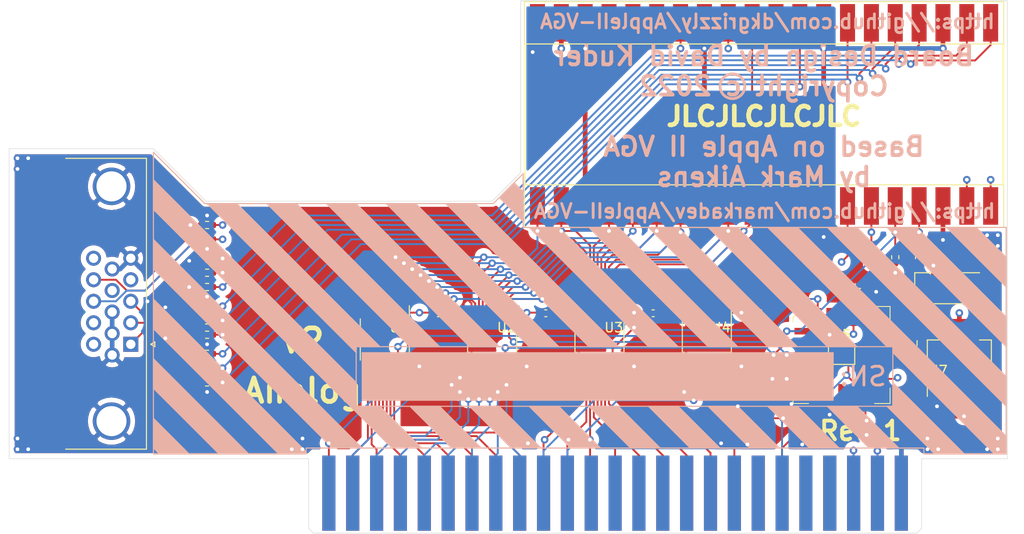
<source format=kicad_pcb>
(kicad_pcb (version 20171130) (host pcbnew "(5.1.10)-1")
  (layers (0 F.Cu signal) (1 In1.Cu signal) (2 In2.Cu signal) (31 B.Cu signal) (34 B.Paste user) (35 F.Paste user) (36 B.SilkS user) (37 F.SilkS user) (38 B.Mask user) (39 F.Mask user) (44 Edge.Cuts user))
  (net 0 "")
  (net 1 GND)
  (net 2 +5V)
  (net 3 A9)
  (net 4 A0)
  (net 5 A1)
  (net 6 A8)
  (net 7 A10)
  (net 8 A2)
  (net 9 A11)
  (net 10 A3)
  (net 11 A12)
  (net 12 A4)
  (net 13 A13)
  (net 14 A5)
  (net 15 A14)
  (net 16 A6)
  (net 17 A15)
  (net 18 A7)
  (net 19 D4)
  (net 20 D0)
  (net 21 D5)
  (net 22 D1)
  (net 23 D6)
  (net 24 D2)
  (net 25 D7)
  (net 26 D3)
  (net 27 "Net-(J1-Pad23)")
  (net 28 nWR)
  (net 29 LPHI0)
  (net 30 LR\W)
  (net 31 LD6)
  (net 32 LD7)
  (net 33 LD5)
  (net 34 LD4)
  (net 35 LD3)
  (net 36 LD2)
  (net 37 LD1)
  (net 38 LD0)
  (net 39 nROMINHIBIT)
  (net 40 nLRESET)
  (net 41 nSYSRESET)
  (net 42 PHI0)
  (net 43 "Net-(J1-Pad19)")
  (net 44 nRDY)
  (net 45 nNMI)
  (net 46 nIRQ)
  (net 47 -12V)
  (net 48 -5V)
  (net 49 "Net-(J1-Pad35)")
  (net 50 7MHz)
  (net 51 2MHz)
  (net 52 PHI1)
  (net 53 +12V)
  (net 54 +3V3)
  (net 55 USER1)
  (net 56 nDMARQ)
  (net 57 nIOSEL)
  (net 58 nIOSTROBE)
  (net 59 nDEVSEL)
  (net 60 RED_OUT)
  (net 61 R0)
  (net 62 R1)
  (net 63 R2)
  (net 64 GREEN_OUT)
  (net 65 G0)
  (net 66 G1)
  (net 67 G2)
  (net 68 BLUE_OUT)
  (net 69 B0)
  (net 70 B1)
  (net 71 B2)
  (net 72 HSYNC_OUT)
  (net 73 VSYNC_OUT)
  (net 74 nDATAOE)
  (net 75 nMSBOE)
  (net 76 nLSBOE)
  (net 77 nDATADIR)
  (net 78 nCARDSEL)
  (net 79 nLSEL)
  (net 80 "Net-(D1-Pad1)")
  (net 81 "Net-(J2-Pad15)")
  (net 82 "Net-(J2-Pad12)")
  (net 83 "Net-(J2-Pad11)")
  (net 84 "Net-(J2-Pad9)")
  (net 85 "Net-(J2-Pad4)")
  (net 86 "Net-(U5-Pad19)")
  (net 87 "Net-(U5-Pad18)")
  (net 88 "Net-(U6-Pad40)")
  (net 89 "Net-(U6-Pad37)")
  (net 90 "Net-(U6-Pad36)")
  (net 91 "Net-(U6-Pad35)")
  (net 92 "Net-(R10-Pad1)")
  (net 93 "Net-(R11-Pad1)")
  (net 94 "Net-(U4-Pad6)")
  (net 95 "Net-(U4-Pad5)")
  (net 96 "Net-(U4-Pad4)")
  (net 97 "Net-(U4-Pad3)")
  (net 98 "Net-(U5-Pad17)")
  (net 99 "Net-(U5-Pad16)")
  (net 100 "Net-(U5-Pad15)")
  (net 101 "Net-(U5-Pad1)")
  (net 102 "Net-(J1-Pad24)")
  (net 103 "Net-(U6-Pad30)")
  (module Package_DIP:DIP-40_W16.51mm_SMDSocket_LongPads (layer F.Cu) (at 157.972 91.905 90)
    (fp_text reference U6 hide)
    (fp_text value "Pi PICO" hide)
    (pad 40 smd rect (at 11.75 -24.13 90) (size 4 1.6) (layers F.Cu F.Paste F.Mask) (net 88 "Net-(U6-Pad40)"))
    (pad 20 smd rect (at -7.75 24.13 90) (size 4 1.6) (layers F.Cu F.Paste F.Mask) (net 70 B1))
    (pad 39 smd rect (at 11.75 -21.59 90) (size 4 1.6) (layers F.Cu F.Paste F.Mask) (net 80 "Net-(D1-Pad1)"))
    (pad 19 smd rect (at -7.75 21.59 90) (size 4 1.6) (layers F.Cu F.Paste F.Mask) (net 71 B2))
    (pad 38 smd rect (at 11.75 -19.05 90) (size 4 1.6) (layers F.Cu F.Paste F.Mask) (net 1 GND))
    (pad 18 smd rect (at -7.75 19.05 90) (size 4 1.6) (layers F.Cu F.Paste F.Mask) (net 1 GND))
    (pad 37 smd rect (at 11.75 -16.51 90) (size 4 1.6) (layers F.Cu F.Paste F.Mask) (net 89 "Net-(U6-Pad37)"))
    (pad 17 smd rect (at -7.75 16.51 90) (size 4 1.6) (layers F.Cu F.Paste F.Mask) (net 75 nMSBOE))
    (pad 36 smd rect (at 11.75 -13.97 90) (size 4 1.6) (layers F.Cu F.Paste F.Mask) (net 90 "Net-(U6-Pad36)"))
    (pad 16 smd rect (at -7.75 13.97 90) (size 4 1.6) (layers F.Cu F.Paste F.Mask) (net 76 nLSBOE))
    (pad 35 smd rect (at 11.75 -11.43 90) (size 4 1.6) (layers F.Cu F.Paste F.Mask) (net 91 "Net-(U6-Pad35)"))
    (pad 15 smd rect (at -7.75 11.43 90) (size 4 1.6) (layers F.Cu F.Paste F.Mask) (net 74 nDATAOE))
    (pad 34 smd rect (at 11.75 -8.89 90) (size 4 1.6) (layers F.Cu F.Paste F.Mask) (net 92 "Net-(R10-Pad1)"))
    (pad 14 smd rect (at -7.75 8.89 90) (size 4 1.6) (layers F.Cu F.Paste F.Mask) (net 77 nDATADIR))
    (pad 33 smd rect (at 11.75 -6.35 90) (size 4 1.6) (layers F.Cu F.Paste F.Mask) (net 1 GND))
    (pad 13 smd rect (at -7.75 6.35 90) (size 4 1.6) (layers F.Cu F.Paste F.Mask) (net 1 GND))
    (pad 32 smd rect (at 11.75 -3.81 90) (size 4 1.6) (layers F.Cu F.Paste F.Mask) (net 93 "Net-(R11-Pad1)"))
    (pad 12 smd rect (at -7.75 3.81 90) (size 4 1.6) (layers F.Cu F.Paste F.Mask) (net 30 LR\W))
    (pad 31 smd rect (at 11.75 -1.27 90) (size 4 1.6) (layers F.Cu F.Paste F.Mask) (net 29 LPHI0))
    (pad 11 smd rect (at -7.75 1.27 90) (size 4 1.6) (layers F.Cu F.Paste F.Mask) (net 79 nLSEL))
    (pad 30 smd rect (at 11.75 1.27 90) (size 4 1.6) (layers F.Cu F.Paste F.Mask) (net 103 "Net-(U6-Pad30)"))
    (pad 10 smd rect (at -7.75 -1.27 90) (size 4 1.6) (layers F.Cu F.Paste F.Mask) (net 32 LD7))
    (pad 29 smd rect (at 11.75 3.81 90) (size 4 1.6) (layers F.Cu F.Paste F.Mask) (net 61 R0))
    (pad 9 smd rect (at -7.75 -3.81 90) (size 4 1.6) (layers F.Cu F.Paste F.Mask) (net 31 LD6))
    (pad 28 smd rect (at 11.75 6.35 90) (size 4 1.6) (layers F.Cu F.Paste F.Mask) (net 1 GND))
    (pad 8 smd rect (at -7.75 -6.35 90) (size 4 1.6) (layers F.Cu F.Paste F.Mask) (net 1 GND))
    (pad 27 smd rect (at 11.75 8.89 90) (size 4 1.6) (layers F.Cu F.Paste F.Mask) (net 62 R1))
    (pad 7 smd rect (at -7.75 -8.89 90) (size 4 1.6) (layers F.Cu F.Paste F.Mask) (net 33 LD5))
    (pad 26 smd rect (at 11.75 11.43 90) (size 4 1.6) (layers F.Cu F.Paste F.Mask) (net 63 R2))
    (pad 6 smd rect (at -7.75 -11.43 90) (size 4 1.6) (layers F.Cu F.Paste F.Mask) (net 34 LD4))
    (pad 25 smd rect (at 11.75 13.97 90) (size 4 1.6) (layers F.Cu F.Paste F.Mask) (net 65 G0))
    (pad 5 smd rect (at -7.75 -13.97 90) (size 4 1.6) (layers F.Cu F.Paste F.Mask) (net 35 LD3))
    (pad 24 smd rect (at 11.75 16.51 90) (size 4 1.6) (layers F.Cu F.Paste F.Mask) (net 66 G1))
    (pad 4 smd rect (at -7.75 -16.51 90) (size 4 1.6) (layers F.Cu F.Paste F.Mask) (net 36 LD2))
    (pad 23 smd rect (at 11.75 19.05 90) (size 4 1.6) (layers F.Cu F.Paste F.Mask) (net 1 GND))
    (pad 3 smd rect (at -7.75 -19.05 90) (size 4 1.6) (layers F.Cu F.Paste F.Mask) (net 1 GND))
    (pad 22 smd rect (at 11.75 21.59 90) (size 4 1.6) (layers F.Cu F.Paste F.Mask) (net 67 G2))
    (pad 2 smd rect (at -7.75 -21.59 90) (size 4 1.6) (layers F.Cu F.Paste F.Mask) (net 37 LD1))
    (pad 21 smd rect (at 11.75 24.13 90) (size 4 1.6) (layers F.Cu F.Paste F.Mask) (net 69 B0))
    (pad 1 smd rect (at -7.75 -24.13 90) (size 4 1.6) (layers F.Cu F.Paste F.Mask) (net 38 LD0))
  )
  (module Jumper:SolderJumper-2_P1.3mm_Open_TrianglePad1.0x1.5mm (layer F.Cu) (at 166.227 115.527)
    (fp_text reference J3 (at 0 -1.8) (layer F.SilkS))
    (fp_text value NOPAL)
    (pad 1 smd custom (at -0.725 0) (size 0.3 0.3) (layers F.Cu F.Mask) (net 59 nDEVSEL) (options (clearance outline) (anchor rect)) (primitives (gr_poly (pts (xy -0.5 -0.75) (xy 0.5 -0.75) (xy 1 0) (xy 0.5 0.75) (xy -0.5 0.75)) (width 0))))
    (pad 2 smd custom (at 0.725 0) (size 0.3 0.3) (layers F.Cu F.Mask) (net 78 nCARDSEL) (options (clearance outline) (anchor rect)) (primitives (gr_poly (pts (xy -0.65 -0.75) (xy 0.5 -0.75) (xy 0.5 0.75) (xy -0.65 0.75) (xy -0.15 0)) (width 0))))
  )
  (module Diode_SMD:D_SMA_Handsoldering (layer F.Cu) (at 178.419 108.415)
    (fp_text reference D1 hide)
    (fp_text value D_Schottky hide)
    (pad 2 smd rect (at 2.5 0) (size 3.5 1.8) (layers F.Cu F.Paste F.Mask) (net 2 +5V))
    (pad 1 smd rect (at -2.5 0) (size 3.5 1.8) (layers F.Cu F.Paste F.Mask) (net 80 "Net-(D1-Pad1)"))
  )
  (module Capacitor_SMD:C_0805_2012Metric_Pad1.18x1.45mm_HandSolder (layer F.Cu) (at 181.086 123.0795 270)
    (fp_text reference C11 hide)
    (fp_text value 10uF hide)
    (pad 2 smd roundrect (at 1.0375 0 270) (size 1.175 1.45) (layers F.Cu F.Paste F.Mask) (roundrect_rratio 0.2127659574468085) (net 1 GND))
    (pad 1 smd roundrect (at -1.0375 0 270) (size 1.175 1.45) (layers F.Cu F.Paste F.Mask) (roundrect_rratio 0.2127659574468085) (net 2 +5V))
  )
  (module Capacitor_SMD:C_0805_2012Metric_Pad1.18x1.45mm_HandSolder (layer F.Cu) (at 173.5295 114.257 270)
    (fp_text reference C10 hide)
    (fp_text value 22uF hide)
    (pad 2 smd roundrect (at 1.0375 0 270) (size 1.175 1.45) (layers F.Cu F.Paste F.Mask) (roundrect_rratio 0.2127659574468085) (net 1 GND))
    (pad 1 smd roundrect (at -1.0375 0 270) (size 1.175 1.45) (layers F.Cu F.Paste F.Mask) (roundrect_rratio 0.2127659574468085) (net 54 +3V3))
  )
  (module Package_TO_SOT_SMD:SOT-223-3_TabPin2 (layer F.Cu) (at 178.765 115.834 90)
    (fp_text reference U7 (at -1.344 -2.251 180) (layer F.SilkS))
    (fp_text value AZ1117I-H-3.3)
    (pad 1 smd rect (at -3.15 -2.3 90) (size 2 1.5) (layers F.Cu F.Paste F.Mask) (net 1 GND))
    (pad 3 smd rect (at -3.15 2.3 90) (size 2 1.5) (layers F.Cu F.Paste F.Mask) (net 2 +5V))
    (pad 2 smd rect (at -3.15 0 90) (size 2 1.5) (layers F.Cu F.Paste F.Mask) (net 54 +3V3))
    (pad 2 smd rect (at 3.15 0 90) (size 2 3.8) (layers F.Cu F.Paste F.Mask) (net 54 +3V3))
  )
  (module Package_LCC:PLCC-20 (layer F.Cu) (at 166.227 115.527)
    (fp_text reference U5 (at 0 -2.159) (layer F.SilkS))
    (fp_text value PALCE16V8H-5JC/5)
    (pad 18 smd rect (at 4.0525 -2.54) (size 1.925 0.7) (layers F.Cu F.Paste F.Mask) (net 87 "Net-(U5-Pad18)"))
    (pad 17 smd rect (at 4.0525 -1.27) (size 1.925 0.7) (layers F.Cu F.Paste F.Mask) (net 98 "Net-(U5-Pad17)"))
    (pad 16 smd rect (at 4.0525 0) (size 1.925 0.7) (layers F.Cu F.Paste F.Mask) (net 99 "Net-(U5-Pad16)"))
    (pad 15 smd rect (at 4.0525 1.27) (size 1.925 0.7) (layers F.Cu F.Paste F.Mask) (net 100 "Net-(U5-Pad15)"))
    (pad 14 smd rect (at 4.0525 2.54) (size 1.925 0.7) (layers F.Cu F.Paste F.Mask) (net 6 A8))
    (pad 13 smd rect (at 2.54 4.0525) (size 0.7 1.925) (layers F.Cu F.Paste F.Mask) (net 3 A9))
    (pad 12 smd rect (at 1.27 4.0525) (size 0.7 1.925) (layers F.Cu F.Paste F.Mask) (net 78 nCARDSEL))
    (pad 11 smd rect (at 0 4.0525) (size 0.7 1.925) (layers F.Cu F.Paste F.Mask) (net 7 A10))
    (pad 10 smd rect (at -1.27 4.0525) (size 0.7 1.925) (layers F.Cu F.Paste F.Mask) (net 1 GND))
    (pad 9 smd rect (at -2.54 4.0525) (size 0.7 1.925) (layers F.Cu F.Paste F.Mask) (net 58 nIOSTROBE))
    (pad 8 smd rect (at -4.0525 2.54) (size 1.925 0.7) (layers F.Cu F.Paste F.Mask) (net 57 nIOSEL))
    (pad 7 smd rect (at -4.0525 1.27) (size 1.925 0.7) (layers F.Cu F.Paste F.Mask) (net 59 nDEVSEL))
    (pad 6 smd rect (at -4.0525 0) (size 1.925 0.7) (layers F.Cu F.Paste F.Mask) (net 77 nDATADIR))
    (pad 5 smd rect (at -4.0525 -1.27) (size 1.925 0.7) (layers F.Cu F.Paste F.Mask) (net 74 nDATAOE))
    (pad 4 smd rect (at -4.0525 -2.54) (size 1.925 0.7) (layers F.Cu F.Paste F.Mask) (net 76 nLSBOE))
    (pad 19 smd rect (at 2.54 -4.0525) (size 0.7 1.925) (layers F.Cu F.Paste F.Mask) (net 86 "Net-(U5-Pad19)"))
    (pad 20 smd rect (at 1.27 -4.0525) (size 0.7 1.925) (layers F.Cu F.Paste F.Mask) (net 2 +5V))
    (pad 3 smd rect (at -2.54 -4.0525) (size 0.7 1.925) (layers F.Cu F.Paste F.Mask) (net 75 nMSBOE))
    (pad 2 smd rect (at -1.27 -4.0525) (size 0.7 1.925) (layers F.Cu F.Paste F.Mask) (net 41 nSYSRESET))
    (pad 1 smd rect (at 0 -4.0525) (size 0.7 1.925) (layers F.Cu F.Paste F.Mask) (net 101 "Net-(U5-Pad1)"))
  )
  (module Capacitor_SMD:C_0402_1005Metric_Pad0.74x0.62mm_HandSolder (layer F.Cu) (at 168.132 108.796)
    (fp_text reference C9 hide)
    (fp_text value C hide)
    (pad 2 smd roundrect (at 0.5675 0) (size 0.735 0.62) (layers F.Cu F.Paste F.Mask) (net 1 GND))
    (pad 1 smd roundrect (at -0.5675 0) (size 0.735 0.62) (layers F.Cu F.Paste F.Mask) (net 2 +5V))
  )
  (module Capacitor_SMD:C_0402_1005Metric_Pad0.74x0.62mm_HandSolder (layer F.Cu) (at 157.591 111.082)
    (fp_text reference C8 hide)
    (fp_text value C hide)
    (pad 2 smd roundrect (at 0.5675 0) (size 0.735 0.62) (layers F.Cu F.Paste F.Mask) (net 1 GND))
    (pad 1 smd roundrect (at -0.5675 0) (size 0.735 0.62) (layers F.Cu F.Paste F.Mask) (net 54 +3V3))
  )
  (module Capacitor_SMD:C_0402_1005Metric_Pad0.74x0.62mm_HandSolder (layer F.Cu) (at 157.591 116.67)
    (fp_text reference C7 hide)
    (fp_text value C hide)
    (pad 2 smd roundrect (at 0.5675 0) (size 0.735 0.62) (layers F.Cu F.Paste F.Mask) (net 1 GND))
    (pad 1 smd roundrect (at -0.5675 0) (size 0.735 0.62) (layers F.Cu F.Paste F.Mask) (net 2 +5V))
  )
  (module Capacitor_SMD:C_0402_1005Metric_Pad0.74x0.62mm_HandSolder (layer F.Cu) (at 146.161 111.082)
    (fp_text reference C6 hide)
    (fp_text value C hide)
    (pad 2 smd roundrect (at 0.5675 0) (size 0.735 0.62) (layers F.Cu F.Paste F.Mask) (net 1 GND))
    (pad 1 smd roundrect (at -0.5675 0) (size 0.735 0.62) (layers F.Cu F.Paste F.Mask) (net 54 +3V3))
  )
  (module Capacitor_SMD:C_0402_1005Metric_Pad0.74x0.62mm_HandSolder (layer F.Cu) (at 146.161 116.67)
    (fp_text reference C5 hide)
    (fp_text value C hide)
    (pad 2 smd roundrect (at 0.5675 0) (size 0.735 0.62) (layers F.Cu F.Paste F.Mask) (net 1 GND))
    (pad 1 smd roundrect (at -0.5675 0) (size 0.735 0.62) (layers F.Cu F.Paste F.Mask) (net 2 +5V))
  )
  (module Capacitor_SMD:C_0402_1005Metric_Pad0.74x0.62mm_HandSolder (layer F.Cu) (at 134.731 111.082)
    (fp_text reference C4 hide)
    (fp_text value C hide)
    (pad 2 smd roundrect (at 0.5675 0) (size 0.735 0.62) (layers F.Cu F.Paste F.Mask) (net 1 GND))
    (pad 1 smd roundrect (at -0.5675 0) (size 0.735 0.62) (layers F.Cu F.Paste F.Mask) (net 54 +3V3))
  )
  (module Capacitor_SMD:C_0402_1005Metric_Pad0.74x0.62mm_HandSolder (layer F.Cu) (at 134.731 116.67)
    (fp_text reference C3 hide)
    (fp_text value C hide)
    (pad 2 smd roundrect (at 0.5675 0) (size 0.735 0.62) (layers F.Cu F.Paste F.Mask) (net 1 GND))
    (pad 1 smd roundrect (at -0.5675 0) (size 0.735 0.62) (layers F.Cu F.Paste F.Mask) (net 2 +5V))
  )
  (module Capacitor_SMD:C_0402_1005Metric_Pad0.74x0.62mm_HandSolder (layer F.Cu) (at 123.301 111.082)
    (fp_text reference C2 hide)
    (fp_text value C hide)
    (pad 2 smd roundrect (at 0.5675 0) (size 0.735 0.62) (layers F.Cu F.Paste F.Mask) (net 1 GND))
    (pad 1 smd roundrect (at -0.5675 0) (size 0.735 0.62) (layers F.Cu F.Paste F.Mask) (net 54 +3V3))
  )
  (module Capacitor_SMD:C_0402_1005Metric_Pad0.74x0.62mm_HandSolder (layer F.Cu) (at 123.301 116.67)
    (fp_text reference C1 hide)
    (fp_text value C hide)
    (pad 2 smd roundrect (at 0.5675 0) (size 0.735 0.62) (layers F.Cu F.Paste F.Mask) (net 1 GND))
    (pad 1 smd roundrect (at -0.5675 0) (size 0.735 0.62) (layers F.Cu F.Paste F.Mask) (net 2 +5V))
  )
  (module Connector_Dsub:DSUB-15-HD_Female_Horizontal_P2.29x1.98mm_EdgePinOffset3.03mm_Housed_MountingHolesOffset4.94mm (layer F.Cu) (at 90.535 114.384 270)
    (fp_text reference J2 hide)
    (fp_text value DB15_Female_HighDensity_MountingHoles)
    (pad 0 thru_hole circle (at 8.185 2.05 270) (size 4 4) (drill 3.2) (layers *.Cu *.Mask) (net 1 GND))
    (pad 0 thru_hole circle (at -16.815 2.05 270) (size 4 4) (drill 3.2) (layers *.Cu *.Mask) (net 1 GND))
    (pad 15 thru_hole circle (at -9.16 3.96 270) (size 1.6 1.6) (drill 1) (layers *.Cu *.Mask) (net 81 "Net-(J2-Pad15)"))
    (pad 14 thru_hole circle (at -6.87 3.96 270) (size 1.6 1.6) (drill 1) (layers *.Cu *.Mask) (net 73 VSYNC_OUT))
    (pad 13 thru_hole circle (at -4.58 3.96 270) (size 1.6 1.6) (drill 1) (layers *.Cu *.Mask) (net 72 HSYNC_OUT))
    (pad 12 thru_hole circle (at -2.29 3.96 270) (size 1.6 1.6) (drill 1) (layers *.Cu *.Mask) (net 82 "Net-(J2-Pad12)"))
    (pad 11 thru_hole circle (at 0 3.96 270) (size 1.6 1.6) (drill 1) (layers *.Cu *.Mask) (net 83 "Net-(J2-Pad11)"))
    (pad 10 thru_hole circle (at -8.015 1.98 270) (size 1.6 1.6) (drill 1) (layers *.Cu *.Mask) (net 1 GND))
    (pad 9 thru_hole circle (at -5.725 1.98 270) (size 1.6 1.6) (drill 1) (layers *.Cu *.Mask) (net 84 "Net-(J2-Pad9)"))
    (pad 8 thru_hole circle (at -3.435 1.98 270) (size 1.6 1.6) (drill 1) (layers *.Cu *.Mask) (net 1 GND))
    (pad 7 thru_hole circle (at -1.145 1.98 270) (size 1.6 1.6) (drill 1) (layers *.Cu *.Mask) (net 1 GND))
    (pad 6 thru_hole circle (at 1.145 1.98 270) (size 1.6 1.6) (drill 1) (layers *.Cu *.Mask) (net 1 GND))
    (pad 5 thru_hole circle (at -9.16 0 270) (size 1.6 1.6) (drill 1) (layers *.Cu *.Mask) (net 1 GND))
    (pad 4 thru_hole circle (at -6.87 0 270) (size 1.6 1.6) (drill 1) (layers *.Cu *.Mask) (net 85 "Net-(J2-Pad4)"))
    (pad 3 thru_hole circle (at -4.58 0 270) (size 1.6 1.6) (drill 1) (layers *.Cu *.Mask) (net 68 BLUE_OUT))
    (pad 2 thru_hole circle (at -2.29 0 270) (size 1.6 1.6) (drill 1) (layers *.Cu *.Mask) (net 64 GREEN_OUT))
    (pad 1 thru_hole rect (at 0 0 270) (size 1.6 1.6) (drill 1) (layers *.Cu *.Mask) (net 60 RED_OUT))
  )
  (module Package_SO:TSSOP-24_4.4x5mm_P0.4mm (layer F.Cu) (at 151.876 113.876 270)
    (fp_text reference U4 (at -1.27 -1.524 unlocked) (layer F.SilkS))
    (fp_text value SN74LVC8T245DGVR)
    (pad 24 smd roundrect (at 2.8625 -2.2 270) (size 1.475 0.25) (layers F.Cu F.Paste F.Mask) (net 2 +5V))
    (pad 23 smd roundrect (at 2.8625 -1.8 270) (size 1.475 0.25) (layers F.Cu F.Paste F.Mask) (net 2 +5V))
    (pad 22 smd roundrect (at 2.8625 -1.4 270) (size 1.475 0.25) (layers F.Cu F.Paste F.Mask) (net 1 GND))
    (pad 21 smd roundrect (at 2.8625 -1 270) (size 1.475 0.25) (layers F.Cu F.Paste F.Mask) (net 1 GND))
    (pad 20 smd roundrect (at 2.8625 -0.6 270) (size 1.475 0.25) (layers F.Cu F.Paste F.Mask) (net 1 GND))
    (pad 19 smd roundrect (at 2.8625 -0.2 270) (size 1.475 0.25) (layers F.Cu F.Paste F.Mask) (net 1 GND))
    (pad 18 smd roundrect (at 2.8625 0.2 270) (size 1.475 0.25) (layers F.Cu F.Paste F.Mask) (net 1 GND))
    (pad 17 smd roundrect (at 2.8625 0.6 270) (size 1.475 0.25) (layers F.Cu F.Paste F.Mask) (net 41 nSYSRESET))
    (pad 16 smd roundrect (at 2.8625 1 270) (size 1.475 0.25) (layers F.Cu F.Paste F.Mask) (net 28 nWR))
    (pad 15 smd roundrect (at 2.8625 1.4 270) (size 1.475 0.25) (layers F.Cu F.Paste F.Mask) (net 42 PHI0))
    (pad 14 smd roundrect (at 2.8625 1.8 270) (size 1.475 0.25) (layers F.Cu F.Paste F.Mask) (net 78 nCARDSEL))
    (pad 13 smd roundrect (at 2.8625 2.2 270) (size 1.475 0.25) (layers F.Cu F.Paste F.Mask) (net 1 GND))
    (pad 12 smd roundrect (at -2.8625 2.2 270) (size 1.475 0.25) (layers F.Cu F.Paste F.Mask) (net 1 GND))
    (pad 11 smd roundrect (at -2.8625 1.8 270) (size 1.475 0.25) (layers F.Cu F.Paste F.Mask) (net 1 GND))
    (pad 10 smd roundrect (at -2.8625 1.4 270) (size 1.475 0.25) (layers F.Cu F.Paste F.Mask) (net 79 nLSEL))
    (pad 9 smd roundrect (at -2.8625 1 270) (size 1.475 0.25) (layers F.Cu F.Paste F.Mask) (net 29 LPHI0))
    (pad 8 smd roundrect (at -2.8625 0.6 270) (size 1.475 0.25) (layers F.Cu F.Paste F.Mask) (net 30 LR\W))
    (pad 7 smd roundrect (at -2.8625 0.2 270) (size 1.475 0.25) (layers F.Cu F.Paste F.Mask) (net 40 nLRESET))
    (pad 6 smd roundrect (at -2.8625 -0.2 270) (size 1.475 0.25) (layers F.Cu F.Paste F.Mask) (net 94 "Net-(U4-Pad6)"))
    (pad 5 smd roundrect (at -2.8625 -0.6 270) (size 1.475 0.25) (layers F.Cu F.Paste F.Mask) (net 95 "Net-(U4-Pad5)"))
    (pad 4 smd roundrect (at -2.8625 -1 270) (size 1.475 0.25) (layers F.Cu F.Paste F.Mask) (net 96 "Net-(U4-Pad4)"))
    (pad 3 smd roundrect (at -2.8625 -1.4 270) (size 1.475 0.25) (layers F.Cu F.Paste F.Mask) (net 97 "Net-(U4-Pad3)"))
    (pad 2 smd roundrect (at -2.8625 -1.8 270) (size 1.475 0.25) (layers F.Cu F.Paste F.Mask) (net 1 GND))
    (pad 1 smd roundrect (at -2.8625 -2.2 270) (size 1.475 0.25) (layers F.Cu F.Paste F.Mask) (net 54 +3V3))
  )
  (module Package_SO:TSSOP-24_4.4x5mm_P0.4mm (layer F.Cu) (at 140.446 113.876 270)
    (fp_text reference U3 (at -1.27 -1.524 unlocked) (layer F.SilkS))
    (fp_text value SN74LVC8T245DGVR)
    (pad 24 smd roundrect (at 2.8625 -2.2 270) (size 1.475 0.25) (layers F.Cu F.Paste F.Mask) (net 2 +5V))
    (pad 23 smd roundrect (at 2.8625 -1.8 270) (size 1.475 0.25) (layers F.Cu F.Paste F.Mask) (net 2 +5V))
    (pad 22 smd roundrect (at 2.8625 -1.4 270) (size 1.475 0.25) (layers F.Cu F.Paste F.Mask) (net 75 nMSBOE))
    (pad 21 smd roundrect (at 2.8625 -1 270) (size 1.475 0.25) (layers F.Cu F.Paste F.Mask) (net 17 A15))
    (pad 20 smd roundrect (at 2.8625 -0.6 270) (size 1.475 0.25) (layers F.Cu F.Paste F.Mask) (net 15 A14))
    (pad 19 smd roundrect (at 2.8625 -0.2 270) (size 1.475 0.25) (layers F.Cu F.Paste F.Mask) (net 13 A13))
    (pad 18 smd roundrect (at 2.8625 0.2 270) (size 1.475 0.25) (layers F.Cu F.Paste F.Mask) (net 11 A12))
    (pad 17 smd roundrect (at 2.8625 0.6 270) (size 1.475 0.25) (layers F.Cu F.Paste F.Mask) (net 9 A11))
    (pad 16 smd roundrect (at 2.8625 1 270) (size 1.475 0.25) (layers F.Cu F.Paste F.Mask) (net 7 A10))
    (pad 15 smd roundrect (at 2.8625 1.4 270) (size 1.475 0.25) (layers F.Cu F.Paste F.Mask) (net 3 A9))
    (pad 14 smd roundrect (at 2.8625 1.8 270) (size 1.475 0.25) (layers F.Cu F.Paste F.Mask) (net 6 A8))
    (pad 13 smd roundrect (at 2.8625 2.2 270) (size 1.475 0.25) (layers F.Cu F.Paste F.Mask) (net 1 GND))
    (pad 12 smd roundrect (at -2.8625 2.2 270) (size 1.475 0.25) (layers F.Cu F.Paste F.Mask) (net 1 GND))
    (pad 11 smd roundrect (at -2.8625 1.8 270) (size 1.475 0.25) (layers F.Cu F.Paste F.Mask) (net 1 GND))
    (pad 10 smd roundrect (at -2.8625 1.4 270) (size 1.475 0.25) (layers F.Cu F.Paste F.Mask) (net 38 LD0))
    (pad 9 smd roundrect (at -2.8625 1 270) (size 1.475 0.25) (layers F.Cu F.Paste F.Mask) (net 37 LD1))
    (pad 8 smd roundrect (at -2.8625 0.6 270) (size 1.475 0.25) (layers F.Cu F.Paste F.Mask) (net 36 LD2))
    (pad 7 smd roundrect (at -2.8625 0.2 270) (size 1.475 0.25) (layers F.Cu F.Paste F.Mask) (net 35 LD3))
    (pad 6 smd roundrect (at -2.8625 -0.2 270) (size 1.475 0.25) (layers F.Cu F.Paste F.Mask) (net 34 LD4))
    (pad 5 smd roundrect (at -2.8625 -0.6 270) (size 1.475 0.25) (layers F.Cu F.Paste F.Mask) (net 33 LD5))
    (pad 4 smd roundrect (at -2.8625 -1 270) (size 1.475 0.25) (layers F.Cu F.Paste F.Mask) (net 31 LD6))
    (pad 3 smd roundrect (at -2.8625 -1.4 270) (size 1.475 0.25) (layers F.Cu F.Paste F.Mask) (net 32 LD7))
    (pad 2 smd roundrect (at -2.8625 -1.8 270) (size 1.475 0.25) (layers F.Cu F.Paste F.Mask) (net 1 GND))
    (pad 1 smd roundrect (at -2.8625 -2.2 270) (size 1.475 0.25) (layers F.Cu F.Paste F.Mask) (net 54 +3V3))
  )
  (module Package_SO:TSSOP-24_4.4x5mm_P0.4mm (layer F.Cu) (at 117.586 113.876 270)
    (fp_text reference U1 (at -1.27 -1.524 unlocked) (layer F.SilkS))
    (fp_text value SN74LVC8T245DGVR)
    (pad 24 smd roundrect (at 2.8625 -2.2 270) (size 1.475 0.25) (layers F.Cu F.Paste F.Mask) (net 2 +5V))
    (pad 23 smd roundrect (at 2.8625 -1.8 270) (size 1.475 0.25) (layers F.Cu F.Paste F.Mask) (net 2 +5V))
    (pad 22 smd roundrect (at 2.8625 -1.4 270) (size 1.475 0.25) (layers F.Cu F.Paste F.Mask) (net 76 nLSBOE))
    (pad 21 smd roundrect (at 2.8625 -1 270) (size 1.475 0.25) (layers F.Cu F.Paste F.Mask) (net 18 A7))
    (pad 20 smd roundrect (at 2.8625 -0.6 270) (size 1.475 0.25) (layers F.Cu F.Paste F.Mask) (net 16 A6))
    (pad 19 smd roundrect (at 2.8625 -0.2 270) (size 1.475 0.25) (layers F.Cu F.Paste F.Mask) (net 14 A5))
    (pad 18 smd roundrect (at 2.8625 0.2 270) (size 1.475 0.25) (layers F.Cu F.Paste F.Mask) (net 12 A4))
    (pad 17 smd roundrect (at 2.8625 0.6 270) (size 1.475 0.25) (layers F.Cu F.Paste F.Mask) (net 10 A3))
    (pad 16 smd roundrect (at 2.8625 1 270) (size 1.475 0.25) (layers F.Cu F.Paste F.Mask) (net 8 A2))
    (pad 15 smd roundrect (at 2.8625 1.4 270) (size 1.475 0.25) (layers F.Cu F.Paste F.Mask) (net 5 A1))
    (pad 14 smd roundrect (at 2.8625 1.8 270) (size 1.475 0.25) (layers F.Cu F.Paste F.Mask) (net 4 A0))
    (pad 13 smd roundrect (at 2.8625 2.2 270) (size 1.475 0.25) (layers F.Cu F.Paste F.Mask) (net 1 GND))
    (pad 12 smd roundrect (at -2.8625 2.2 270) (size 1.475 0.25) (layers F.Cu F.Paste F.Mask) (net 1 GND))
    (pad 11 smd roundrect (at -2.8625 1.8 270) (size 1.475 0.25) (layers F.Cu F.Paste F.Mask) (net 1 GND))
    (pad 10 smd roundrect (at -2.8625 1.4 270) (size 1.475 0.25) (layers F.Cu F.Paste F.Mask) (net 38 LD0))
    (pad 9 smd roundrect (at -2.8625 1 270) (size 1.475 0.25) (layers F.Cu F.Paste F.Mask) (net 37 LD1))
    (pad 8 smd roundrect (at -2.8625 0.6 270) (size 1.475 0.25) (layers F.Cu F.Paste F.Mask) (net 36 LD2))
    (pad 7 smd roundrect (at -2.8625 0.2 270) (size 1.475 0.25) (layers F.Cu F.Paste F.Mask) (net 35 LD3))
    (pad 6 smd roundrect (at -2.8625 -0.2 270) (size 1.475 0.25) (layers F.Cu F.Paste F.Mask) (net 34 LD4))
    (pad 5 smd roundrect (at -2.8625 -0.6 270) (size 1.475 0.25) (layers F.Cu F.Paste F.Mask) (net 33 LD5))
    (pad 4 smd roundrect (at -2.8625 -1 270) (size 1.475 0.25) (layers F.Cu F.Paste F.Mask) (net 31 LD6))
    (pad 3 smd roundrect (at -2.8625 -1.4 270) (size 1.475 0.25) (layers F.Cu F.Paste F.Mask) (net 32 LD7))
    (pad 2 smd roundrect (at -2.8625 -1.8 270) (size 1.475 0.25) (layers F.Cu F.Paste F.Mask) (net 1 GND))
    (pad 1 smd roundrect (at -2.8625 -2.2 270) (size 1.475 0.25) (layers F.Cu F.Paste F.Mask) (net 54 +3V3))
  )
  (module Package_SO:TSSOP-24_4.4x5mm_P0.4mm (layer F.Cu) (at 129.016 113.876 270)
    (fp_text reference U2 (at -1.27 -1.524 unlocked) (layer F.SilkS))
    (fp_text value SN74LVC8T245DGVR)
    (pad 24 smd roundrect (at 2.8625 -2.2 270) (size 1.475 0.25) (layers F.Cu F.Paste F.Mask) (net 2 +5V))
    (pad 23 smd roundrect (at 2.8625 -1.8 270) (size 1.475 0.25) (layers F.Cu F.Paste F.Mask) (net 2 +5V))
    (pad 22 smd roundrect (at 2.8625 -1.4 270) (size 1.475 0.25) (layers F.Cu F.Paste F.Mask) (net 74 nDATAOE))
    (pad 21 smd roundrect (at 2.8625 -1 270) (size 1.475 0.25) (layers F.Cu F.Paste F.Mask) (net 25 D7))
    (pad 20 smd roundrect (at 2.8625 -0.6 270) (size 1.475 0.25) (layers F.Cu F.Paste F.Mask) (net 23 D6))
    (pad 19 smd roundrect (at 2.8625 -0.2 270) (size 1.475 0.25) (layers F.Cu F.Paste F.Mask) (net 21 D5))
    (pad 18 smd roundrect (at 2.8625 0.2 270) (size 1.475 0.25) (layers F.Cu F.Paste F.Mask) (net 19 D4))
    (pad 17 smd roundrect (at 2.8625 0.6 270) (size 1.475 0.25) (layers F.Cu F.Paste F.Mask) (net 26 D3))
    (pad 16 smd roundrect (at 2.8625 1 270) (size 1.475 0.25) (layers F.Cu F.Paste F.Mask) (net 24 D2))
    (pad 15 smd roundrect (at 2.8625 1.4 270) (size 1.475 0.25) (layers F.Cu F.Paste F.Mask) (net 22 D1))
    (pad 14 smd roundrect (at 2.8625 1.8 270) (size 1.475 0.25) (layers F.Cu F.Paste F.Mask) (net 20 D0))
    (pad 13 smd roundrect (at 2.8625 2.2 270) (size 1.475 0.25) (layers F.Cu F.Paste F.Mask) (net 1 GND))
    (pad 12 smd roundrect (at -2.8625 2.2 270) (size 1.475 0.25) (layers F.Cu F.Paste F.Mask) (net 1 GND))
    (pad 11 smd roundrect (at -2.8625 1.8 270) (size 1.475 0.25) (layers F.Cu F.Paste F.Mask) (net 1 GND))
    (pad 10 smd roundrect (at -2.8625 1.4 270) (size 1.475 0.25) (layers F.Cu F.Paste F.Mask) (net 38 LD0))
    (pad 9 smd roundrect (at -2.8625 1 270) (size 1.475 0.25) (layers F.Cu F.Paste F.Mask) (net 37 LD1))
    (pad 8 smd roundrect (at -2.8625 0.6 270) (size 1.475 0.25) (layers F.Cu F.Paste F.Mask) (net 36 LD2))
    (pad 7 smd roundrect (at -2.8625 0.2 270) (size 1.475 0.25) (layers F.Cu F.Paste F.Mask) (net 35 LD3))
    (pad 6 smd roundrect (at -2.8625 -0.2 270) (size 1.475 0.25) (layers F.Cu F.Paste F.Mask) (net 34 LD4))
    (pad 5 smd roundrect (at -2.8625 -0.6 270) (size 1.475 0.25) (layers F.Cu F.Paste F.Mask) (net 33 LD5))
    (pad 4 smd roundrect (at -2.8625 -1 270) (size 1.475 0.25) (layers F.Cu F.Paste F.Mask) (net 31 LD6))
    (pad 3 smd roundrect (at -2.8625 -1.4 270) (size 1.475 0.25) (layers F.Cu F.Paste F.Mask) (net 32 LD7))
    (pad 2 smd roundrect (at -2.8625 -1.8 270) (size 1.475 0.25) (layers F.Cu F.Paste F.Mask) (net 77 nDATADIR))
    (pad 1 smd roundrect (at -2.8625 -2.2 270) (size 1.475 0.25) (layers F.Cu F.Paste F.Mask) (net 54 +3V3))
  )
  (module Resistor_SMD:R_0402_1005Metric_Pad0.72x0.64mm_HandSolder (layer F.Cu) (at 171.942 105.113 270)
    (fp_text reference R14 hide)
    (fp_text value 10K hide)
    (pad 2 smd roundrect (at 0.5975 0 270) (size 0.715 0.64) (layers F.Cu F.Paste F.Mask) (net 54 +3V3))
    (pad 1 smd roundrect (at -0.5975 0 270) (size 0.715 0.64) (layers F.Cu F.Paste F.Mask) (net 76 nLSBOE))
  )
  (module Resistor_SMD:R_0402_1005Metric_Pad0.72x0.64mm_HandSolder (layer F.Cu) (at 174.482 105.113 270)
    (fp_text reference R13 hide)
    (fp_text value 10K hide)
    (pad 2 smd roundrect (at 0.5975 0 270) (size 0.715 0.64) (layers F.Cu F.Paste F.Mask) (net 54 +3V3))
    (pad 1 smd roundrect (at -0.5975 0 270) (size 0.715 0.64) (layers F.Cu F.Paste F.Mask) (net 75 nMSBOE))
  )
  (module Resistor_SMD:R_0402_1005Metric_Pad0.72x0.64mm_HandSolder (layer F.Cu) (at 169.402 105.113 270)
    (fp_text reference R12 hide)
    (fp_text value 10K hide)
    (pad 2 smd roundrect (at 0.5975 0 270) (size 0.715 0.64) (layers F.Cu F.Paste F.Mask) (net 54 +3V3))
    (pad 1 smd roundrect (at -0.5975 0 270) (size 0.715 0.64) (layers F.Cu F.Paste F.Mask) (net 74 nDATAOE))
  )
  (module Resistor_SMD:R_0402_1005Metric_Pad0.72x0.64mm_HandSolder (layer F.Cu) (at 98.663 103.208 180)
    (fp_text reference R11 hide)
    (fp_text value 47 hide)
    (pad 2 smd roundrect (at 0.5975 0 180) (size 0.715 0.64) (layers F.Cu F.Paste F.Mask) (net 73 VSYNC_OUT))
    (pad 1 smd roundrect (at -0.5975 0 180) (size 0.715 0.64) (layers F.Cu F.Paste F.Mask) (net 93 "Net-(R11-Pad1)"))
  )
  (module Resistor_SMD:R_0402_1005Metric_Pad0.72x0.64mm_HandSolder (layer F.Cu) (at 98.663 101.684 180)
    (fp_text reference R10 hide)
    (fp_text value 47 hide)
    (pad 2 smd roundrect (at 0.5975 0 180) (size 0.715 0.64) (layers F.Cu F.Paste F.Mask) (net 72 HSYNC_OUT))
    (pad 1 smd roundrect (at -0.5975 0 180) (size 0.715 0.64) (layers F.Cu F.Paste F.Mask) (net 92 "Net-(R10-Pad1)"))
  )
  (module Resistor_SMD:R_0402_1005Metric_Pad0.72x0.64mm_HandSolder (layer F.Cu) (at 98.663 105.24 180)
    (fp_text reference R9 hide)
    (fp_text value 2K hide)
    (pad 2 smd roundrect (at 0.5975 0 180) (size 0.715 0.64) (layers F.Cu F.Paste F.Mask) (net 68 BLUE_OUT))
    (pad 1 smd roundrect (at -0.5975 0 180) (size 0.715 0.64) (layers F.Cu F.Paste F.Mask) (net 71 B2))
  )
  (module Resistor_SMD:R_0402_1005Metric_Pad0.72x0.64mm_HandSolder (layer F.Cu) (at 98.663 106.764 180)
    (fp_text reference R8 hide)
    (fp_text value 1K hide)
    (pad 2 smd roundrect (at 0.5975 0 180) (size 0.715 0.64) (layers F.Cu F.Paste F.Mask) (net 68 BLUE_OUT))
    (pad 1 smd roundrect (at -0.5975 0 180) (size 0.715 0.64) (layers F.Cu F.Paste F.Mask) (net 70 B1))
  )
  (module Resistor_SMD:R_0402_1005Metric_Pad0.72x0.64mm_HandSolder (layer F.Cu) (at 98.663 108.288 180)
    (fp_text reference R7 hide)
    (fp_text value 470 hide)
    (pad 2 smd roundrect (at 0.5975 0 180) (size 0.715 0.64) (layers F.Cu F.Paste F.Mask) (net 68 BLUE_OUT))
    (pad 1 smd roundrect (at -0.5975 0 180) (size 0.715 0.64) (layers F.Cu F.Paste F.Mask) (net 69 B0))
  )
  (module Resistor_SMD:R_0402_1005Metric_Pad0.72x0.64mm_HandSolder (layer F.Cu) (at 98.663 110.32 180)
    (fp_text reference R6 hide)
    (fp_text value 2K hide)
    (pad 2 smd roundrect (at 0.5975 0 180) (size 0.715 0.64) (layers F.Cu F.Paste F.Mask) (net 64 GREEN_OUT))
    (pad 1 smd roundrect (at -0.5975 0 180) (size 0.715 0.64) (layers F.Cu F.Paste F.Mask) (net 67 G2))
  )
  (module Resistor_SMD:R_0402_1005Metric_Pad0.72x0.64mm_HandSolder (layer F.Cu) (at 98.663 111.844 180)
    (fp_text reference R5 hide)
    (fp_text value 1K hide)
    (pad 2 smd roundrect (at 0.5975 0 180) (size 0.715 0.64) (layers F.Cu F.Paste F.Mask) (net 64 GREEN_OUT))
    (pad 1 smd roundrect (at -0.5975 0 180) (size 0.715 0.64) (layers F.Cu F.Paste F.Mask) (net 66 G1))
  )
  (module Resistor_SMD:R_0402_1005Metric_Pad0.72x0.64mm_HandSolder (layer F.Cu) (at 98.663 113.368 180)
    (fp_text reference R4 hide)
    (fp_text value 470 hide)
    (pad 2 smd roundrect (at 0.5975 0 180) (size 0.715 0.64) (layers F.Cu F.Paste F.Mask) (net 64 GREEN_OUT))
    (pad 1 smd roundrect (at -0.5975 0 180) (size 0.715 0.64) (layers F.Cu F.Paste F.Mask) (net 65 G0))
  )
  (module Resistor_SMD:R_0402_1005Metric_Pad0.72x0.64mm_HandSolder (layer F.Cu) (at 98.663 115.4 180)
    (fp_text reference R3 hide)
    (fp_text value 2K hide)
    (pad 2 smd roundrect (at 0.5975 0 180) (size 0.715 0.64) (layers F.Cu F.Paste F.Mask) (net 60 RED_OUT))
    (pad 1 smd roundrect (at -0.5975 0 180) (size 0.715 0.64) (layers F.Cu F.Paste F.Mask) (net 63 R2))
  )
  (module Resistor_SMD:R_0402_1005Metric_Pad0.72x0.64mm_HandSolder (layer F.Cu) (at 98.663 116.924 180)
    (fp_text reference R2 hide)
    (fp_text value 1K hide)
    (pad 2 smd roundrect (at 0.5975 0 180) (size 0.715 0.64) (layers F.Cu F.Paste F.Mask) (net 60 RED_OUT))
    (pad 1 smd roundrect (at -0.5975 0 180) (size 0.715 0.64) (layers F.Cu F.Paste F.Mask) (net 62 R1))
  )
  (module Resistor_SMD:R_0402_1005Metric_Pad0.72x0.64mm_HandSolder (layer F.Cu) (at 98.663 118.448 180)
    (fp_text reference R1 hide)
    (fp_text value 470 hide)
    (pad 2 smd roundrect (at 0.5975 0 180) (size 0.715 0.64) (layers F.Cu F.Paste F.Mask) (net 60 RED_OUT))
    (pad 1 smd roundrect (at -0.5975 0 180) (size 0.715 0.64) (layers F.Cu F.Paste F.Mask) (net 61 R0))
  )
  (module EDGECARD:AppleII (layer F.Cu) (at 142.11 128.65 90)
    (fp_text reference J1 hide)
    (fp_text value "Apple II")
    (pad 1 smd rect (at -1.5875 -30.48 90) (size 8 1.4) (layers F.Cu F.Paste F.Mask) (net 57 nIOSEL))
    (pad 2 smd rect (at -1.5875 -27.94 90) (size 8 1.4) (layers F.Cu F.Paste F.Mask) (net 4 A0))
    (pad 3 smd rect (at -1.5875 -25.4 90) (size 8 1.4) (layers F.Cu F.Paste F.Mask) (net 5 A1))
    (pad 4 smd rect (at -1.5875 -22.86 90) (size 8 1.4) (layers F.Cu F.Paste F.Mask) (net 8 A2))
    (pad 5 smd rect (at -1.5875 -20.32 90) (size 8 1.4) (layers F.Cu F.Paste F.Mask) (net 10 A3))
    (pad 6 smd rect (at -1.5875 -17.78 90) (size 8 1.4) (layers F.Cu F.Paste F.Mask) (net 12 A4))
    (pad 7 smd rect (at -1.5875 -15.24 90) (size 8 1.4) (layers F.Cu F.Paste F.Mask) (net 14 A5))
    (pad 8 smd rect (at -1.5875 -12.7 90) (size 8 1.4) (layers F.Cu F.Paste F.Mask) (net 16 A6))
    (pad 9 smd rect (at -1.5875 -10.16 90) (size 8 1.4) (layers F.Cu F.Paste F.Mask) (net 18 A7))
    (pad 10 smd rect (at -1.5875 -7.62 90) (size 8 1.4) (layers F.Cu F.Paste F.Mask) (net 6 A8))
    (pad 11 smd rect (at -1.5875 -5.08 90) (size 8 1.4) (layers F.Cu F.Paste F.Mask) (net 3 A9))
    (pad 12 smd rect (at -1.5875 -2.54 90) (size 8 1.4) (layers F.Cu F.Paste F.Mask) (net 7 A10))
    (pad 13 smd rect (at -1.5875 0 90) (size 8 1.4) (layers F.Cu F.Paste F.Mask) (net 9 A11))
    (pad 14 smd rect (at -1.5875 2.54 90) (size 8 1.4) (layers F.Cu F.Paste F.Mask) (net 11 A12))
    (pad 15 smd rect (at -1.5875 5.08 90) (size 8 1.4) (layers F.Cu F.Paste F.Mask) (net 13 A13))
    (pad 16 smd rect (at -1.5875 7.62 90) (size 8 1.4) (layers F.Cu F.Paste F.Mask) (net 15 A14))
    (pad 17 smd rect (at -1.5875 10.16 90) (size 8 1.4) (layers F.Cu F.Paste F.Mask) (net 17 A15))
    (pad 18 smd rect (at -1.5875 12.7 90) (size 8 1.4) (layers F.Cu F.Paste F.Mask) (net 28 nWR))
    (pad 19 smd rect (at -1.5875 15.24 90) (size 8 1.4) (layers F.Cu F.Paste F.Mask) (net 43 "Net-(J1-Pad19)"))
    (pad 20 smd rect (at -1.5875 17.78 90) (size 8 1.4) (layers F.Cu F.Paste F.Mask) (net 58 nIOSTROBE))
    (pad 21 smd rect (at -1.5875 20.32 90) (size 8 1.4) (layers F.Cu F.Paste F.Mask) (net 44 nRDY))
    (pad 22 smd rect (at -1.5875 22.86 90) (size 8 1.4) (layers F.Cu F.Paste F.Mask) (net 56 nDMARQ))
    (pad 23 smd rect (at -1.5875 25.4 90) (size 8 1.4) (layers F.Cu F.Paste F.Mask) (net 27 "Net-(J1-Pad23)"))
    (pad 24 smd rect (at -1.5875 27.94 90) (size 8 1.4) (layers F.Cu F.Paste F.Mask) (net 102 "Net-(J1-Pad24)"))
    (pad 25 smd rect (at -1.5875 30.48 90) (size 8 1.4) (layers F.Cu F.Paste F.Mask) (net 2 +5V))
    (pad 26 smd rect (at -1.5875 30.48 90) (size 8 1.4) (layers B.Cu B.Paste B.Mask) (net 1 GND))
    (pad 27 smd rect (at -1.5875 27.94 90) (size 8 1.4) (layers B.Cu B.Paste B.Mask) (net 102 "Net-(J1-Pad24)"))
    (pad 28 smd rect (at -1.5875 25.4 90) (size 8 1.4) (layers B.Cu B.Paste B.Mask) (net 27 "Net-(J1-Pad23)"))
    (pad 29 smd rect (at -1.5875 22.86 90) (size 8 1.4) (layers B.Cu B.Paste B.Mask) (net 45 nNMI))
    (pad 30 smd rect (at -1.5875 20.32 90) (size 8 1.4) (layers B.Cu B.Paste B.Mask) (net 46 nIRQ))
    (pad 31 smd rect (at -1.5875 17.78 90) (size 8 1.4) (layers B.Cu B.Paste B.Mask) (net 41 nSYSRESET))
    (pad 32 smd rect (at -1.5875 15.24 90) (size 8 1.4) (layers B.Cu B.Paste B.Mask) (net 39 nROMINHIBIT))
    (pad 33 smd rect (at -1.5875 12.7 90) (size 8 1.4) (layers B.Cu B.Paste B.Mask) (net 47 -12V))
    (pad 34 smd rect (at -1.5875 10.16 90) (size 8 1.4) (layers B.Cu B.Paste B.Mask) (net 48 -5V))
    (pad 35 smd rect (at -1.5875 7.62 90) (size 8 1.4) (layers B.Cu B.Paste B.Mask) (net 49 "Net-(J1-Pad35)"))
    (pad 36 smd rect (at -1.5875 5.08 90) (size 8 1.4) (layers B.Cu B.Paste B.Mask) (net 50 7MHz))
    (pad 37 smd rect (at -1.5875 2.54 90) (size 8 1.4) (layers B.Cu B.Paste B.Mask) (net 51 2MHz))
    (pad 38 smd rect (at -1.5875 0 90) (size 8 1.4) (layers B.Cu B.Paste B.Mask) (net 52 PHI1))
    (pad 39 smd rect (at -1.5875 -2.54 90) (size 8 1.4) (layers B.Cu B.Paste B.Mask) (net 55 USER1))
    (pad 40 smd rect (at -1.5875 -5.08 90) (size 8 1.4) (layers B.Cu B.Paste B.Mask) (net 42 PHI0))
    (pad 41 smd rect (at -1.5875 -7.62 90) (size 8 1.4) (layers B.Cu B.Paste B.Mask) (net 59 nDEVSEL))
    (pad 42 smd rect (at -1.5875 -10.16 90) (size 8 1.4) (layers B.Cu B.Paste B.Mask) (net 25 D7))
    (pad 43 smd rect (at -1.5875 -12.7 90) (size 8 1.4) (layers B.Cu B.Paste B.Mask) (net 23 D6))
    (pad 44 smd rect (at -1.5875 -15.24 90) (size 8 1.4) (layers B.Cu B.Paste B.Mask) (net 21 D5))
    (pad 45 smd rect (at -1.5875 -17.78 90) (size 8 1.4) (layers B.Cu B.Paste B.Mask) (net 19 D4))
    (pad 46 smd rect (at -1.5875 -20.32 90) (size 8 1.4) (layers B.Cu B.Paste B.Mask) (net 26 D3))
    (pad 47 smd rect (at -1.5875 -22.86 90) (size 8 1.4) (layers B.Cu B.Paste B.Mask) (net 24 D2))
    (pad 48 smd rect (at -1.5875 -25.4 90) (size 8 1.4) (layers B.Cu B.Paste B.Mask) (net 22 D1))
    (pad 49 smd rect (at -1.5875 -27.94 90) (size 8 1.4) (layers B.Cu B.Paste B.Mask) (net 20 D0))
    (pad 50 smd rect (at -1.5875 -30.48 90) (size 8 1.4) (layers B.Cu B.Paste B.Mask) (net 53 +12V))
  )
  (gr_line (start 109.204 125.433) (end 109.204 126.068) (layer B.SilkS) (width 0.12))
  (gr_line (start 183.753 101.938) (end 183.753 126.068) (layer B.SilkS) (width 0.12))
  (gr_line (start 174.99 126.068) (end 183.753 126.068) (layer B.SilkS) (width 0.12))
  (gr_line (start 174.99 125.433) (end 174.99 126.068) (layer B.SilkS) (width 0.12))
  (gr_line (start 109.204 125.433) (end 174.99 125.433) (layer B.SilkS) (width 0.12))
  (gr_line (start 92.948 126.068) (end 109.204 126.068) (layer B.SilkS) (width 0.12))
  (gr_line (start 92.948 93.937) (end 92.948 126.068) (layer B.SilkS) (width 0.12))
  (gr_line (start 98.409 99.398) (end 92.948 93.937) (layer B.SilkS) (width 0.12))
  (gr_line (start 129.143 99.398) (end 98.409 99.398) (layer B.SilkS) (width 0.12))
  (gr_line (start 132.318 96.223) (end 129.143 99.398) (layer B.SilkS) (width 0.12))
  (gr_line (start 132.318 101.938) (end 132.318 96.223) (layer B.SilkS) (width 0.12))
  (gr_line (start 183.753 101.938) (end 132.318 101.938) (layer B.SilkS) (width 0.12))
  (gr_poly (pts (xy 132.318 101.303) (xy 129.778 98.763) (xy 131.3655 97.1755) (xy 132.318 98.128)) (layer B.SilkS) (width 0.1))
  (gr_poly (pts (xy 179.308 126.068) (xy 176.133 126.068) (xy 171.053 120.988) (xy 171.688 120.988) (xy 171.688 118.448)) (layer B.SilkS) (width 0.1))
  (gr_poly (pts (xy 172.323 125.433) (xy 169.148 125.433) (xy 164.703 120.988) (xy 167.878 120.988)) (layer B.SilkS) (width 0.1))
  (gr_poly (pts (xy 165.973 125.433) (xy 162.798 125.433) (xy 158.353 120.988) (xy 161.528 120.988)) (layer B.SilkS) (width 0.1))
  (gr_poly (pts (xy 159.623 125.433) (xy 156.448 125.433) (xy 152.003 120.988) (xy 155.178 120.988)) (layer B.SilkS) (width 0.1))
  (gr_poly (pts (xy 153.273 125.433) (xy 150.098 125.433) (xy 145.653 120.988) (xy 148.828 120.988)) (layer B.SilkS) (width 0.1))
  (gr_poly (pts (xy 146.923 125.433) (xy 143.748 125.433) (xy 139.303 120.988) (xy 142.478 120.988)) (layer B.SilkS) (width 0.1))
  (gr_poly (pts (xy 140.573 125.433) (xy 137.398 125.433) (xy 132.953 120.988) (xy 136.128 120.988)) (layer B.SilkS) (width 0.1))
  (gr_poly (pts (xy 134.223 125.433) (xy 131.048 125.433) (xy 126.603 120.988) (xy 129.778 120.988)) (layer B.SilkS) (width 0.1))
  (gr_poly (pts (xy 127.873 125.433) (xy 124.698 125.433) (xy 120.253 120.988) (xy 123.428 120.988)) (layer B.SilkS) (width 0.1))
  (gr_poly (pts (xy 92.948 122.258) (xy 96.758 126.068) (xy 93.583 126.068) (xy 92.948 125.433)) (layer B.SilkS) (width 0.1))
  (gr_poly (pts (xy 92.948 115.908) (xy 103.108 126.068) (xy 99.933 126.068) (xy 92.948 119.083)) (layer B.SilkS) (width 0.1))
  (gr_poly (pts (xy 183.753 105.113) (xy 183.753 108.288) (xy 177.403 101.938) (xy 180.578 101.938)) (layer B.SilkS) (width 0.1))
  (gr_poly (pts (xy 183.753 111.463) (xy 183.753 114.638) (xy 171.053 101.938) (xy 174.228 101.938)) (layer B.SilkS) (width 0.1))
  (gr_poly (pts (xy 183.753 117.813) (xy 183.753 120.988) (xy 164.703 101.938) (xy 167.878 101.938)) (layer B.SilkS) (width 0.1))
  (gr_poly (pts (xy 183.753 124.163) (xy 183.753 126.068) (xy 182.483 126.068) (xy 171.688 115.273) (xy 171.688 114.638) (xy 171.053 114.638) (xy 158.353 101.938) (xy 161.528 101.938)) (layer B.SilkS) (width 0.1))
  (gr_poly (pts (xy 167.878 114.638) (xy 164.703 114.638) (xy 152.003 101.938) (xy 155.178 101.938)) (layer B.SilkS) (width 0.1))
  (gr_poly (pts (xy 161.528 114.638) (xy 158.353 114.638) (xy 145.653 101.938) (xy 148.828 101.938)) (layer B.SilkS) (width 0.1))
  (gr_poly (pts (xy 155.178 114.638) (xy 152.003 114.638) (xy 139.303 101.938) (xy 142.478 101.938)) (layer B.SilkS) (width 0.1))
  (gr_poly (pts (xy 148.828 114.638) (xy 145.653 114.638) (xy 132.953 101.938) (xy 136.128 101.938)) (layer B.SilkS) (width 0.1))
  (gr_poly (pts (xy 142.478 114.638) (xy 139.303 114.638) (xy 124.063 99.398) (xy 127.238 99.398)) (layer B.SilkS) (width 0.1))
  (gr_poly (pts (xy 136.128 114.638) (xy 132.953 114.638) (xy 117.713 99.398) (xy 120.888 99.398)) (layer B.SilkS) (width 0.1))
  (gr_poly (pts (xy 115.173 125.433) (xy 111.998 125.433) (xy 92.948 106.383) (xy 92.948 103.208)) (layer B.SilkS) (width 0.1))
  (gr_poly (pts (xy 109.204 125.814) (xy 109.204 126.068) (xy 106.283 126.068) (xy 92.948 112.733) (xy 92.948 109.558)) (layer B.SilkS) (width 0.1))
  (gr_poly (pts (xy 123.428 114.638) (xy 120.253 114.638) (xy 105.013 99.398) (xy 108.188 99.398)) (layer B.SilkS) (width 0.1))
  (gr_poly (pts (xy 117.078 114.638) (xy 114.538 114.638) (xy 114.538 115.273) (xy 98.663 99.398) (xy 101.838 99.398)) (layer B.SilkS) (width 0.1))
  (gr_poly (pts (xy 121.523 125.433) (xy 118.348 125.433) (xy 92.948 100.033) (xy 92.948 96.858) (xy 114.538 118.448) (xy 114.538 120.988) (xy 117.078 120.988)) (layer B.SilkS) (width 0.1))
  (gr_poly (pts (xy 129.778 114.638) (xy 126.603 114.638) (xy 111.363 99.398) (xy 114.538 99.398)) (layer B.SilkS) (width 0.1))
  (gr_text SN: (at 168.513 117.813) (layer B.SilkS) (effects (font (size 2 2) (thickness 0.3)) (justify mirror)))
  (gr_poly (pts (xy 165.338 120.353) (xy 115.173 120.353) (xy 115.173 115.273) (xy 165.338 115.273)) (layer B.SilkS) (width 0.1))
  (gr_line (start 171.688 120.988) (end 171.688 114.638) (layer B.SilkS) (width 0.12))
  (gr_line (start 114.538 120.988) (end 171.688 120.988) (layer B.SilkS) (width 0.12))
  (gr_line (start 114.538 114.638) (end 114.538 120.988) (layer B.SilkS) (width 0.12))
  (gr_line (start 171.688 114.638) (end 114.538 114.638) (layer B.SilkS) (width 0.12))
  (gr_circle (center 154.6065 86.906584) (end 155.921916 86.906584) (layer B.SilkS) (width 0.3))
  (gr_text https://github.com/dkgrizzly/AppleII-VGA (at 158.3276 80.0178) (layer B.SilkS) (effects (font (size 1.5 1.5) (thickness 0.3)) (justify mirror)))
  (gr_text https://github.com/markadev/AppleII-VGA (at 158.0228 100.2108) (layer B.SilkS) (effects (font (size 1.5 1.5) (thickness 0.3)) (justify mirror)))
  (gr_text "Board Design by David Kuder\nCopyright c 2022\n\nBased on Apple II VGA\nby Mark Aikens" (at 157.9466 90.1143) (layer B.SilkS) (effects (font (size 2 2) (thickness 0.4)) (justify mirror)))
  (gr_text "Rev 1" (at 168.2336 123.6042) (layer F.SilkS) (effects (font (size 2 2) (thickness 0.4))))
  (gr_text Analog (at 108.823 119.337) (layer F.SilkS) (effects (font (size 2.5 2.5) (thickness 0.5))))
  (gr_line (start 132.064 96.096) (end 132.064 77.808) (layer Edge.Cuts) (width 0.05))
  (gr_line (start 129.016 99.144) (end 132.064 96.096) (layer Edge.Cuts) (width 0.05))
  (gr_line (start 98.536 99.144) (end 129.016 99.144) (layer Edge.Cuts) (width 0.05))
  (gr_line (start 92.948 93.556) (end 98.536 99.144) (layer Edge.Cuts) (width 0.05))
  (gr_line (start 77.581 93.556) (end 92.948 93.556) (layer Edge.Cuts) (width 0.05))
  (gr_text JLCJLCJLCJLC (at 157.9466 90.1143) (layer F.SilkS) (effects (font (size 2 2) (thickness 0.5))))
  (gr_line (start 174.241 134.492) (end 174.749 133.984) (layer Edge.Cuts) (width 0.05))
  (gr_line (start 109.979 134.492) (end 109.471 133.984) (layer Edge.Cuts) (width 0.05))
  (gr_line (start 108.188 113.368) (end 107.045 113.368) (layer F.SilkS) (width 0.5))
  (gr_text V2 (at 108.823 114.003) (layer F.SilkS) (effects (font (size 2.5 2.5) (thickness 0.5))))
  (gr_line (start 109.979 134.492) (end 174.241 134.492) (layer Edge.Cuts) (width 0.05))
  (gr_line (start 109.471 126.576) (end 109.471 133.984) (layer Edge.Cuts) (width 0.05))
  (gr_line (start 77.581 126.576) (end 109.471 126.576) (layer Edge.Cuts) (width 0.05))
  (gr_line (start 77.581 93.556) (end 77.581 126.576) (layer Edge.Cuts) (width 0.05))
  (gr_line (start 183.88 77.808) (end 132.064 77.808) (layer Edge.Cuts) (width 0.05))
  (gr_line (start 183.88 126.576) (end 183.88 77.808) (layer Edge.Cuts) (width 0.05))
  (gr_line (start 174.749 126.576) (end 183.88 126.576) (layer Edge.Cuts) (width 0.05))
  (gr_line (start 174.749 133.984) (end 174.749 126.576) (layer Edge.Cuts) (width 0.05))
  (via (at 182.864 102.7635) (size 0.8) (drill 0.4) (layers F.Cu B.Cu) (net 1))
  (via (at 182.864 103.9065) (size 0.8) (drill 0.4) (layers F.Cu B.Cu) (net 1))
  (via (at 181.721 102.7635) (size 0.8) (drill 0.4) (layers F.Cu B.Cu) (net 1))
  (via (at 133.334 83.269) (size 0.8) (drill 0.4) (layers F.Cu B.Cu) (net 1))
  (via (at 175.371 125.56) (size 0.8) (drill 0.4) (layers F.Cu B.Cu) (net 1))
  (via (at 175.371 124.417) (size 0.8) (drill 0.4) (layers F.Cu B.Cu) (net 1))
  (via (at 176.514 125.56) (size 0.8) (drill 0.4) (layers F.Cu B.Cu) (net 1))
  (via (at 78.47 94.572) (size 0.8) (drill 0.4) (layers F.Cu B.Cu) (net 1))
  (via (at 79.613 94.572) (size 0.8) (drill 0.4) (layers F.Cu B.Cu) (net 1))
  (via (at 78.47 95.715) (size 0.8) (drill 0.4) (layers F.Cu B.Cu) (net 1))
  (via (at 108.823 124.417) (size 0.8) (drill 0.4) (layers F.Cu B.Cu) (net 1))
  (via (at 107.68 125.56) (size 0.8) (drill 0.4) (layers F.Cu B.Cu) (net 1))
  (via (at 108.823 125.56) (size 0.8) (drill 0.4) (layers F.Cu B.Cu) (net 1))
  (segment (start 88.555 110.949) (end 88.555 113.239) (width 0.5) (layer B.Cu) (net 1))
  (segment (start 88.555 113.239) (end 88.555 115.529) (width 0.5) (layer B.Cu) (net 1))
  (segment (start 88.555 122.499) (end 88.485 122.569) (width 0.2) (layer F.Cu) (net 1))
  (segment (start 88.555 97.639) (end 88.485 97.569) (width 0.2) (layer F.Cu) (net 1))
  (via (at 176.386993 120.987993) (size 0.8) (drill 0.4) (layers F.Cu B.Cu) (net 1))
  (segment (start 176.465 120.909986) (end 176.386993 120.987993) (width 0.5) (layer F.Cu) (net 1))
  (segment (start 176.465 118.984) (end 176.465 120.909986) (width 0.5) (layer F.Cu) (net 1))
  (via (at 182.864 125.56) (size 0.8) (drill 0.4) (layers F.Cu B.Cu) (net 1))
  (via (at 181.721 125.56) (size 0.8) (drill 0.4) (layers F.Cu B.Cu) (net 1))
  (via (at 182.864 124.417) (size 0.8) (drill 0.4) (layers F.Cu B.Cu) (net 1))
  (via (at 78.47 125.56) (size 0.8) (drill 0.4) (layers F.Cu B.Cu) (net 1))
  (via (at 79.613 125.56) (size 0.8) (drill 0.4) (layers F.Cu B.Cu) (net 1))
  (via (at 78.47 124.417) (size 0.8) (drill 0.4) (layers F.Cu B.Cu) (net 1))
  (segment (start 88.9615 106.369) (end 88.555 106.369) (width 0.2) (layer F.Cu) (net 1))
  (segment (start 90.535 105.224) (end 90.1065 105.224) (width 0.2) (layer F.Cu) (net 1))
  (segment (start 115.386 111.0135) (end 115.386 109.644) (width 0.2) (layer F.Cu) (net 1))
  (segment (start 115.786 111.0135) (end 115.786 109.9424) (width 0.2) (layer F.Cu) (net 1))
  (segment (start 115.386 116.7385) (end 115.386 117.7524) (width 0.2) (layer F.Cu) (net 1))
  (segment (start 115.386 117.7524) (end 114.8174 118.321) (width 0.2) (layer F.Cu) (net 1))
  (segment (start 123.937 116.7385) (end 123.8685 116.67) (width 0.2) (layer F.Cu) (net 1))
  (segment (start 135.367 116.7385) (end 135.2985 116.67) (width 0.2) (layer F.Cu) (net 1))
  (segment (start 146.797 116.7385) (end 146.7285 116.67) (width 0.2) (layer F.Cu) (net 1))
  (segment (start 176.386993 121.623007) (end 176.386993 120.987993) (width 0.5) (layer B.Cu) (net 1))
  (segment (start 172.59 125.42) (end 176.386993 121.623007) (width 0.5) (layer B.Cu) (net 1))
  (segment (start 172.59 130.2375) (end 172.59 125.42) (width 0.5) (layer B.Cu) (net 1))
  (via (at 177.022 103.2715) (size 0.8) (drill 0.4) (layers F.Cu B.Cu) (net 1))
  (segment (start 115.786 111.0135) (end 115.786 112.711) (width 0.2) (layer F.Cu) (net 1))
  (segment (start 138.246 117.854) (end 137.8044 118.2956) (width 0.2) (layer F.Cu) (net 1))
  (segment (start 138.246 116.7385) (end 138.246 117.854) (width 0.2) (layer F.Cu) (net 1))
  (segment (start 126.857 109.685) (end 127.216 110.044) (width 0.2) (layer F.Cu) (net 1))
  (segment (start 126.476 109.685) (end 126.857 109.685) (width 0.2) (layer F.Cu) (net 1))
  (segment (start 126.816 110.025) (end 126.476 109.685) (width 0.2) (layer F.Cu) (net 1))
  (segment (start 127.216 110.044) (end 127.216 111.0135) (width 0.2) (layer F.Cu) (net 1))
  (segment (start 126.816 111.0135) (end 126.816 110.025) (width 0.2) (layer F.Cu) (net 1))
  (segment (start 152.476 116.7385) (end 152.476 118.54) (width 0.2) (layer F.Cu) (net 1))
  (segment (start 152.876 116.7385) (end 152.876 118.559) (width 0.2) (layer F.Cu) (net 1))
  (segment (start 153.276 118.572) (end 153.276 116.7385) (width 0.2) (layer F.Cu) (net 1))
  (segment (start 152.076 116.7385) (end 152.076 118.521) (width 0.2) (layer F.Cu) (net 1))
  (segment (start 152.076 118.267) (end 152.076 118.375) (width 0.2) (layer F.Cu) (net 1))
  (segment (start 151.676 117.867) (end 152.076 118.267) (width 0.2) (layer F.Cu) (net 1))
  (segment (start 151.676 116.7385) (end 151.676 117.867) (width 0.2) (layer F.Cu) (net 1))
  (via (at 169.91 108.796) (size 0.8) (drill 0.4) (layers F.Cu B.Cu) (net 1))
  (via (at 164.322 102.954) (size 0.8) (drill 0.4) (layers F.Cu B.Cu) (net 1))
  (segment (start 157.337 117.932) (end 157.337 118.194) (width 0.5) (layer F.Cu) (net 1))
  (segment (start 158.1585 117.1105) (end 157.337 117.932) (width 0.5) (layer F.Cu) (net 1))
  (segment (start 158.1585 116.67) (end 158.1585 117.1105) (width 0.5) (layer F.Cu) (net 1))
  (segment (start 157.718 115.789) (end 157.718 115.527) (width 0.5) (layer F.Cu) (net 1))
  (segment (start 158.1585 116.2295) (end 157.718 115.789) (width 0.5) (layer F.Cu) (net 1))
  (segment (start 158.1585 116.67) (end 158.1585 116.2295) (width 0.5) (layer F.Cu) (net 1))
  (segment (start 151.622 100.16) (end 151.622 96.35) (width 0.5) (layer F.Cu) (net 1))
  (segment (start 119.386 112.584) (end 119.386 111.0135) (width 0.2) (layer F.Cu) (net 1))
  (segment (start 119.259 112.711) (end 119.386 112.584) (width 0.2) (layer F.Cu) (net 1))
  (segment (start 115.386 112.711) (end 119.259 112.711) (width 0.2) (layer F.Cu) (net 1))
  (segment (start 115.386 111.0135) (end 115.386 112.711) (width 0.2) (layer F.Cu) (net 1))
  (segment (start 115.386 116.7385) (end 115.386 112.711) (width 0.2) (layer F.Cu) (net 1))
  (segment (start 126.8228 116.7317) (end 126.816 116.7385) (width 0.2) (layer F.Cu) (net 1))
  (segment (start 126.8228 111.0281) (end 126.8228 116.7317) (width 0.2) (layer F.Cu) (net 1))
  (segment (start 127.216 113.136) (end 126.8228 113.5292) (width 0.2) (layer F.Cu) (net 1))
  (segment (start 127.216 111.0135) (end 127.216 113.136) (width 0.2) (layer F.Cu) (net 1))
  (segment (start 138.646 111.0135) (end 138.646 112.965) (width 0.2) (layer F.Cu) (net 1))
  (segment (start 138.246 111.0135) (end 138.246 112.565) (width 0.2) (layer F.Cu) (net 1))
  (segment (start 138.246 116.7385) (end 138.246 112.565) (width 0.2) (layer F.Cu) (net 1))
  (segment (start 149.676 112.692) (end 149.676 111.0135) (width 0.2) (layer F.Cu) (net 1))
  (segment (start 150.076 111.0135) (end 150.076 113.092) (width 0.2) (layer F.Cu) (net 1))
  (segment (start 149.676 116.7385) (end 149.676 112.692) (width 0.2) (layer F.Cu) (net 1))
  (segment (start 149.676 113.092) (end 149.676 112.692) (width 0.2) (layer F.Cu) (net 1))
  (segment (start 150.076 113.092) (end 149.676 113.092) (width 0.2) (layer F.Cu) (net 1))
  (segment (start 153.295 113.092) (end 150.076 113.092) (width 0.2) (layer F.Cu) (net 1))
  (segment (start 153.676 112.711) (end 153.295 113.092) (width 0.2) (layer F.Cu) (net 1))
  (segment (start 153.676 111.0135) (end 153.676 112.711) (width 0.2) (layer F.Cu) (net 1))
  (segment (start 138.265 112.965) (end 138.646 112.965) (width 0.2) (layer F.Cu) (net 1))
  (segment (start 138.246 112.946) (end 138.265 112.965) (width 0.2) (layer F.Cu) (net 1))
  (segment (start 138.246 112.565) (end 138.246 112.946) (width 0.2) (layer F.Cu) (net 1))
  (segment (start 142.246 112.711) (end 142.246 111.0135) (width 0.2) (layer F.Cu) (net 1))
  (segment (start 141.992 112.965) (end 142.246 112.711) (width 0.2) (layer F.Cu) (net 1))
  (segment (start 138.646 112.965) (end 141.992 112.965) (width 0.2) (layer F.Cu) (net 1))
  (segment (start 149.209 118.1764) (end 149.209 118.2858) (width 0.2) (layer F.Cu) (net 1))
  (segment (start 149.676 117.7094) (end 149.209 118.1764) (width 0.2) (layer F.Cu) (net 1))
  (segment (start 149.676 116.7385) (end 149.676 117.7094) (width 0.2) (layer F.Cu) (net 1))
  (segment (start 115.786 109.9424) (end 115.5413 109.6977) (width 0.2) (layer F.Cu) (net 1))
  (segment (start 115.427 109.812) (end 114.792 109.812) (width 0.2) (layer F.Cu) (net 1))
  (segment (start 115.5413 109.6977) (end 115.427 109.812) (width 0.2) (layer F.Cu) (net 1))
  (segment (start 115.4016 109.558) (end 114.919 109.558) (width 0.2) (layer F.Cu) (net 1))
  (segment (start 115.5413 109.6977) (end 115.4016 109.558) (width 0.2) (layer F.Cu) (net 1))
  (via (at 94.218 110.447) (size 0.8) (drill 0.4) (layers F.Cu B.Cu) (net 1))
  (via (at 94.218 113.749) (size 0.8) (drill 0.4) (layers F.Cu B.Cu) (net 1))
  (via (at 98.663 104.224) (size 0.8) (drill 0.4) (layers F.Cu B.Cu) (net 1))
  (via (at 98.663 109.304) (size 0.8) (drill 0.4) (layers F.Cu B.Cu) (net 1))
  (via (at 98.663 114.384) (size 0.8) (drill 0.4) (layers F.Cu B.Cu) (net 1))
  (via (at 98.663 119.464) (size 0.8) (drill 0.4) (layers F.Cu B.Cu) (net 1))
  (via (at 98.663 100.668) (size 0.8) (drill 0.4) (layers F.Cu B.Cu) (net 1))
  (via (at 96.758 105.494) (size 0.8) (drill 0.4) (layers F.Cu B.Cu) (net 1))
  (via (at 92.313 109.812) (size 0.8) (drill 0.4) (layers F.Cu B.Cu) (net 1))
  (via (at 96.758 108.288) (size 0.8) (drill 0.4) (layers F.Cu B.Cu) (net 1))
  (segment (start 89.406 106.369) (end 90.535 105.24) (width 0.5) (layer B.Cu) (net 1))
  (segment (start 90.535 105.24) (end 90.535 105.224) (width 0.5) (layer B.Cu) (net 1))
  (segment (start 88.555 106.369) (end 89.406 106.369) (width 0.5) (layer B.Cu) (net 1))
  (segment (start 151.622 79.9) (end 151.622 82.888) (width 0.5) (layer F.Cu) (net 1))
  (segment (start 177.022 100.16) (end 177.022 103.2715) (width 0.5) (layer F.Cu) (net 1))
  (segment (start 164.957 121.877) (end 165.592 122.512) (width 0.5) (layer F.Cu) (net 1))
  (segment (start 164.957 119.5795) (end 164.957 121.877) (width 0.5) (layer F.Cu) (net 1))
  (segment (start 164.957 121.877) (end 164.957 121.877) (width 0.5) (layer F.Cu) (net 1))
  (via (at 164.957 121.877) (size 0.8) (drill 0.4) (layers F.Cu B.Cu) (net 1))
  (via (at 132.826 124.925) (size 0.8) (drill 0.4) (layers F.Cu B.Cu) (net 1))
  (via (at 153.4 124.925) (size 0.8) (drill 0.4) (layers F.Cu B.Cu) (net 1))
  (via (at 156.194 125.052) (size 0.8) (drill 0.4) (layers F.Cu B.Cu) (net 1))
  (via (at 155.178 120.988) (size 0.8) (drill 0.4) (layers F.Cu B.Cu) (net 1))
  (via (at 160.893 120.734) (size 0.8) (drill 0.4) (layers F.Cu B.Cu) (net 1))
  (via (at 162.036 125.052) (size 0.8) (drill 0.4) (layers F.Cu B.Cu) (net 1))
  (segment (start 177.022 79.9) (end 177.022 82.888) (width 0.5) (layer F.Cu) (net 1))
  (via (at 177.022 82.888) (size 0.8) (drill 0.4) (layers F.Cu B.Cu) (net 1))
  (via (at 164.322 82.888) (size 0.8) (drill 0.4) (layers F.Cu B.Cu) (net 1))
  (segment (start 164.322 102.954) (end 164.322 82.888) (width 0.5) (layer F.Cu) (net 1))
  (segment (start 164.322 79.9) (end 164.322 82.888) (width 0.5) (layer F.Cu) (net 1))
  (segment (start 177.022 82.888) (end 164.322 82.888) (width 0.5) (layer B.Cu) (net 1))
  (segment (start 138.922 86.488675) (end 138.922 100.16) (width 0.5) (layer F.Cu) (net 1))
  (segment (start 138.922 79.9) (end 138.922 82.888) (width 0.5) (layer F.Cu) (net 1))
  (segment (start 151.622 82.888) (end 151.622 96.35) (width 0.5) (layer F.Cu) (net 1))
  (via (at 151.622 82.888) (size 0.8) (drill 0.4) (layers F.Cu B.Cu) (net 1))
  (segment (start 138.922 82.888) (end 138.922 86.488675) (width 0.5) (layer F.Cu) (net 1))
  (via (at 138.922 82.888) (size 0.8) (drill 0.4) (layers F.Cu B.Cu) (net 1))
  (segment (start 155.559 116.7385) (end 156.955 116.7385) (width 0.2) (layer F.Cu) (net 2))
  (segment (start 154.076 116.7385) (end 155.559 116.7385) (width 0.2) (layer F.Cu) (net 2))
  (via (at 155.559 116.7385) (size 0.8) (drill 0.4) (layers F.Cu B.Cu) (net 2))
  (segment (start 144.129 116.7385) (end 145.525 116.7385) (width 0.2) (layer F.Cu) (net 2))
  (segment (start 142.646 116.7385) (end 144.129 116.7385) (width 0.2) (layer F.Cu) (net 2))
  (via (at 144.129 116.7385) (size 0.8) (drill 0.4) (layers F.Cu B.Cu) (net 2))
  (segment (start 119.386 116.7385) (end 119.786 116.7385) (width 0.2) (layer F.Cu) (net 2))
  (segment (start 130.816 116.7385) (end 131.216 116.7385) (width 0.2) (layer F.Cu) (net 2))
  (segment (start 142.246 116.7385) (end 142.646 116.7385) (width 0.2) (layer F.Cu) (net 2))
  (segment (start 153.676 116.7385) (end 154.076 116.7385) (width 0.2) (layer F.Cu) (net 2))
  (segment (start 122.665 116.7385) (end 122.7335 116.67) (width 0.2) (layer F.Cu) (net 2))
  (segment (start 119.786 116.7385) (end 121.264 116.7385) (width 0.2) (layer F.Cu) (net 2))
  (segment (start 156.955 116.7385) (end 157.0235 116.67) (width 0.2) (layer F.Cu) (net 2))
  (segment (start 167.497 108.8635) (end 167.5645 108.796) (width 0.2) (layer F.Cu) (net 2))
  (segment (start 167.497 111.4745) (end 167.497 108.8635) (width 0.2) (layer F.Cu) (net 2))
  (segment (start 181.086 119.005) (end 181.065 118.984) (width 0.5) (layer F.Cu) (net 2))
  (segment (start 181.086 122.042) (end 181.086 119.005) (width 0.5) (layer F.Cu) (net 2))
  (segment (start 121.264 116.7385) (end 122.665 116.7385) (width 0.2) (layer F.Cu) (net 2))
  (via (at 121.264 116.7385) (size 0.8) (drill 0.4) (layers F.Cu B.Cu) (net 2))
  (via (at 132.699 116.7385) (size 0.8) (drill 0.4) (layers F.Cu B.Cu) (net 2))
  (segment (start 134.095 116.7385) (end 134.1635 116.67) (width 0.2) (layer F.Cu) (net 2))
  (segment (start 132.699 116.7385) (end 134.095 116.7385) (width 0.2) (layer F.Cu) (net 2))
  (segment (start 131.216 116.7385) (end 132.699 116.7385) (width 0.2) (layer F.Cu) (net 2))
  (via (at 167.497 113.3045) (size 0.8) (drill 0.4) (layers F.Cu B.Cu) (net 2))
  (segment (start 167.497 111.4745) (end 167.497 113.3045) (width 0.2) (layer F.Cu) (net 2))
  (segment (start 179.27 122.042) (end 181.086 122.042) (width 0.5) (layer F.Cu) (net 2))
  (segment (start 172.59 125.42) (end 172.59 130.2375) (width 0.5) (layer F.Cu) (net 2))
  (segment (start 175.968 122.042) (end 172.59 125.42) (width 0.5) (layer F.Cu) (net 2))
  (segment (start 179.27 122.042) (end 175.968 122.042) (width 0.5) (layer F.Cu) (net 2))
  (via (at 179.27 122.042) (size 0.8) (drill 0.4) (layers F.Cu B.Cu) (net 2))
  (segment (start 180.919 109.5815) (end 180.919 108.415) (width 0.5) (layer F.Cu) (net 2))
  (segment (start 182.483 111.1455) (end 180.919 109.5815) (width 0.5) (layer F.Cu) (net 2))
  (segment (start 182.483 116.416) (end 182.483 111.1455) (width 0.5) (layer F.Cu) (net 2))
  (segment (start 181.065 117.834) (end 182.483 116.416) (width 0.5) (layer F.Cu) (net 2))
  (segment (start 181.065 118.984) (end 181.065 117.834) (width 0.5) (layer F.Cu) (net 2))
  (segment (start 137.03 124.658) (end 137.144 124.544) (width 0.2) (layer F.Cu) (net 3))
  (segment (start 139.046 122.642) (end 139.046 116.7385) (width 0.2) (layer F.Cu) (net 3))
  (segment (start 137.03 130.2375) (end 137.03 124.658) (width 0.2) (layer F.Cu) (net 3))
  (segment (start 137.144 124.544) (end 139.046 122.642) (width 0.2) (layer F.Cu) (net 3))
  (via (at 137.144 124.544) (size 0.8) (drill 0.4) (layers F.Cu B.Cu) (net 3))
  (via (at 168.894 122.512) (size 0.8) (drill 0.4) (layers F.Cu B.Cu) (net 3))
  (segment (start 168.767 122.385) (end 168.894 122.512) (width 0.2) (layer F.Cu) (net 3))
  (segment (start 168.767 119.5795) (end 168.767 122.385) (width 0.2) (layer F.Cu) (net 3))
  (segment (start 115.786 124.566) (end 115.786 116.7385) (width 0.2) (layer F.Cu) (net 4))
  (segment (start 114.17 126.182) (end 115.786 124.566) (width 0.2) (layer F.Cu) (net 4))
  (segment (start 114.17 130.2375) (end 114.17 126.182) (width 0.2) (layer F.Cu) (net 4))
  (segment (start 116.71 130.2375) (end 116.71 125.573) (width 0.2) (layer F.Cu) (net 5))
  (segment (start 116.186 125.049) (end 116.186 116.7385) (width 0.2) (layer F.Cu) (net 5))
  (segment (start 116.71 125.573) (end 116.186 125.049) (width 0.2) (layer F.Cu) (net 5))
  (segment (start 138.646 120.502) (end 138.646 116.7385) (width 0.2) (layer F.Cu) (net 6))
  (segment (start 134.49 124.658) (end 134.604 124.544) (width 0.2) (layer F.Cu) (net 6))
  (segment (start 134.49 130.2375) (end 134.49 124.658) (width 0.2) (layer F.Cu) (net 6))
  (segment (start 134.604 124.544) (end 138.646 120.502) (width 0.2) (layer F.Cu) (net 6))
  (via (at 134.604 124.544) (size 0.8) (drill 0.4) (layers F.Cu B.Cu) (net 6))
  (via (at 172.196 117.94) (size 0.8) (drill 0.4) (layers F.Cu B.Cu) (net 6))
  (segment (start 172.069 118.067) (end 172.196 117.94) (width 0.2) (layer F.Cu) (net 6))
  (segment (start 170.2795 118.067) (end 172.069 118.067) (width 0.2) (layer F.Cu) (net 6))
  (segment (start 139.446 130.1135) (end 139.446 116.7385) (width 0.2) (layer F.Cu) (net 7))
  (segment (start 139.57 130.2375) (end 139.446 130.1135) (width 0.2) (layer F.Cu) (net 7))
  (via (at 139.43 124.544) (size 0.8) (drill 0.4) (layers F.Cu B.Cu) (net 7))
  (via (at 168.894 124.036) (size 0.8) (drill 0.4) (layers F.Cu B.Cu) (net 7))
  (segment (start 166.227 119.5795) (end 166.227 121.369) (width 0.2) (layer F.Cu) (net 7))
  (segment (start 166.227 121.369) (end 168.894 124.036) (width 0.2) (layer F.Cu) (net 7))
  (segment (start 116.586 123.544) (end 116.586 116.7385) (width 0.2) (layer F.Cu) (net 8))
  (segment (start 119.25 126.208) (end 116.586 123.544) (width 0.2) (layer F.Cu) (net 8))
  (segment (start 119.25 130.2375) (end 119.25 126.208) (width 0.2) (layer F.Cu) (net 8))
  (segment (start 139.846 122.166) (end 139.846 116.7385) (width 0.2) (layer F.Cu) (net 9))
  (segment (start 142.11 124.43) (end 139.846 122.166) (width 0.2) (layer F.Cu) (net 9))
  (segment (start 142.11 130.2375) (end 142.11 124.43) (width 0.2) (layer F.Cu) (net 9))
  (segment (start 116.986 123.519722) (end 116.986 116.7385) (width 0.2) (layer F.Cu) (net 10))
  (segment (start 118.772278 125.306) (end 116.986 123.519722) (width 0.2) (layer F.Cu) (net 10))
  (segment (start 120.898875 125.306) (end 118.772278 125.306) (width 0.2) (layer F.Cu) (net 10))
  (segment (start 121.79 126.197125) (end 120.898875 125.306) (width 0.2) (layer F.Cu) (net 10))
  (segment (start 121.79 130.2375) (end 121.79 126.197125) (width 0.2) (layer F.Cu) (net 10))
  (segment (start 144.65 126.208) (end 144.65 130.2375) (width 0.2) (layer F.Cu) (net 11))
  (segment (start 140.246 121.804) (end 143.494 125.052) (width 0.2) (layer F.Cu) (net 11))
  (segment (start 140.246 116.7385) (end 140.246 121.804) (width 0.2) (layer F.Cu) (net 11))
  (segment (start 143.494 125.052) (end 144.65 126.208) (width 0.2) (layer F.Cu) (net 11))
  (segment (start 117.386 123.495444) (end 117.386 116.7385) (width 0.2) (layer F.Cu) (net 12))
  (segment (start 118.815556 124.925) (end 117.386 123.495444) (width 0.2) (layer F.Cu) (net 12))
  (segment (start 123.047 124.925) (end 118.815556 124.925) (width 0.2) (layer F.Cu) (net 12))
  (segment (start 124.33 126.208) (end 123.047 124.925) (width 0.2) (layer F.Cu) (net 12))
  (segment (start 124.33 130.2375) (end 124.33 126.208) (width 0.2) (layer F.Cu) (net 12))
  (segment (start 147.19 126.208) (end 147.19 130.2375) (width 0.2) (layer F.Cu) (net 13))
  (segment (start 146.034 125.052) (end 147.19 126.208) (width 0.2) (layer F.Cu) (net 13))
  (segment (start 145.018 124.036) (end 146.034 125.052) (width 0.2) (layer F.Cu) (net 13))
  (segment (start 143.24 124.036) (end 145.018 124.036) (width 0.2) (layer F.Cu) (net 13))
  (segment (start 140.646 121.442) (end 143.24 124.036) (width 0.2) (layer F.Cu) (net 13))
  (segment (start 140.646 116.7385) (end 140.646 121.442) (width 0.2) (layer F.Cu) (net 13))
  (segment (start 117.786 123.471166) (end 117.786 116.7385) (width 0.2) (layer F.Cu) (net 14))
  (segment (start 118.858834 124.544) (end 117.786 123.471166) (width 0.2) (layer F.Cu) (net 14))
  (segment (start 125.206 124.544) (end 118.858834 124.544) (width 0.2) (layer F.Cu) (net 14))
  (segment (start 126.87 126.208) (end 125.206 124.544) (width 0.2) (layer F.Cu) (net 14))
  (segment (start 126.87 130.2375) (end 126.87 126.208) (width 0.2) (layer F.Cu) (net 14))
  (segment (start 149.73 126.208) (end 149.73 130.2375) (width 0.2) (layer F.Cu) (net 15))
  (segment (start 148.574 125.052) (end 149.73 126.208) (width 0.2) (layer F.Cu) (net 15))
  (segment (start 147.05 123.528) (end 148.574 125.052) (width 0.2) (layer F.Cu) (net 15))
  (segment (start 143.494 123.528) (end 147.05 123.528) (width 0.2) (layer F.Cu) (net 15))
  (segment (start 141.046 121.08) (end 143.494 123.528) (width 0.2) (layer F.Cu) (net 15))
  (segment (start 141.046 116.7385) (end 141.046 121.08) (width 0.2) (layer F.Cu) (net 15))
  (segment (start 118.186 123.446888) (end 118.186 116.7385) (width 0.2) (layer F.Cu) (net 16))
  (segment (start 118.902112 124.163) (end 118.186 123.446888) (width 0.2) (layer F.Cu) (net 16))
  (segment (start 127.365 124.163) (end 118.902112 124.163) (width 0.2) (layer F.Cu) (net 16))
  (segment (start 129.41 126.208) (end 127.365 124.163) (width 0.2) (layer F.Cu) (net 16))
  (segment (start 129.41 130.2375) (end 129.41 126.208) (width 0.2) (layer F.Cu) (net 16))
  (segment (start 152.27 125.954) (end 152.27 130.2375) (width 0.2) (layer F.Cu) (net 17))
  (segment (start 149.336 123.02) (end 152.27 125.954) (width 0.2) (layer F.Cu) (net 17))
  (segment (start 143.748 123.02) (end 149.336 123.02) (width 0.2) (layer F.Cu) (net 17))
  (segment (start 141.446 120.718) (end 143.748 123.02) (width 0.2) (layer F.Cu) (net 17))
  (segment (start 141.446 116.7385) (end 141.446 120.718) (width 0.2) (layer F.Cu) (net 17))
  (segment (start 129.524 123.782) (end 118.94539 123.782) (width 0.2) (layer F.Cu) (net 18))
  (segment (start 131.95 126.208) (end 129.524 123.782) (width 0.2) (layer F.Cu) (net 18))
  (segment (start 118.586 123.42261) (end 118.586 116.7385) (width 0.2) (layer F.Cu) (net 18))
  (segment (start 118.94539 123.782) (end 118.586 123.42261) (width 0.2) (layer F.Cu) (net 18))
  (segment (start 131.95 130.2375) (end 131.95 126.208) (width 0.2) (layer F.Cu) (net 18))
  (via (at 127.619 120.226) (size 0.8) (drill 0.4) (layers F.Cu B.Cu) (net 19))
  (segment (start 127.619 119.739179) (end 127.619 120.226) (width 0.2) (layer F.Cu) (net 19))
  (segment (start 128.816 118.542179) (end 127.619 119.739179) (width 0.2) (layer F.Cu) (net 19))
  (segment (start 128.816 116.7385) (end 128.816 118.542179) (width 0.2) (layer F.Cu) (net 19))
  (segment (start 127.619 122.893) (end 127.619 120.226) (width 0.2) (layer B.Cu) (net 19))
  (segment (start 124.33 126.182) (end 127.619 122.893) (width 0.2) (layer B.Cu) (net 19))
  (segment (start 124.33 130.2375) (end 124.33 126.182) (width 0.2) (layer B.Cu) (net 19))
  (via (at 125.587 117.94) (size 0.8) (drill 0.4) (layers F.Cu B.Cu) (net 20))
  (segment (start 126.857 117.94) (end 125.587 117.94) (width 0.2) (layer F.Cu) (net 20))
  (segment (start 127.216 117.581) (end 126.857 117.94) (width 0.2) (layer F.Cu) (net 20))
  (segment (start 127.216 116.7385) (end 127.216 117.581) (width 0.2) (layer F.Cu) (net 20))
  (segment (start 122.40325 117.94) (end 125.587 117.94) (width 0.2) (layer B.Cu) (net 20))
  (segment (start 114.17 126.17325) (end 122.40325 117.94) (width 0.2) (layer B.Cu) (net 20))
  (segment (start 114.17 130.2375) (end 114.17 126.17325) (width 0.2) (layer B.Cu) (net 20))
  (segment (start 126.87 130.2375) (end 126.87 126.9375) (width 0.2) (layer B.Cu) (net 21))
  (via (at 128.762 120.226) (size 0.8) (drill 0.4) (layers F.Cu B.Cu) (net 21))
  (segment (start 128.762 119.337) (end 128.762 120.226) (width 0.2) (layer F.Cu) (net 21))
  (segment (start 129.216 118.883) (end 128.762 119.337) (width 0.2) (layer F.Cu) (net 21))
  (segment (start 129.216 116.7385) (end 129.216 118.883) (width 0.2) (layer F.Cu) (net 21))
  (segment (start 128.762 123.147) (end 128.762 120.226) (width 0.2) (layer B.Cu) (net 21))
  (segment (start 126.87 125.039) (end 128.762 123.147) (width 0.2) (layer B.Cu) (net 21))
  (segment (start 126.87 130.2375) (end 126.87 125.039) (width 0.2) (layer B.Cu) (net 21))
  (via (at 124.698 118.702) (size 0.8) (drill 0.4) (layers F.Cu B.Cu) (net 22))
  (segment (start 126.708361 118.702) (end 124.698 118.702) (width 0.2) (layer F.Cu) (net 22))
  (segment (start 127.616 117.794361) (end 126.708361 118.702) (width 0.2) (layer F.Cu) (net 22))
  (segment (start 127.616 116.7385) (end 127.616 117.794361) (width 0.2) (layer F.Cu) (net 22))
  (segment (start 116.71 130.2375) (end 116.71 126.182) (width 0.2) (layer B.Cu) (net 22))
  (segment (start 116.71 126.182) (end 118.729 124.163) (width 0.2) (layer B.Cu) (net 22))
  (segment (start 118.729 124.163) (end 121.904 124.163) (width 0.2) (layer B.Cu) (net 22))
  (segment (start 121.904 124.163) (end 124.698 121.369) (width 0.2) (layer B.Cu) (net 22))
  (segment (start 124.698 121.369) (end 124.698 118.702) (width 0.2) (layer B.Cu) (net 22))
  (segment (start 129.616 116.7385) (end 129.616 119.464) (width 0.2) (layer F.Cu) (net 23))
  (via (at 129.616 119.464) (size 0.8) (drill 0.4) (layers F.Cu B.Cu) (net 23))
  (segment (start 129.616 126.002) (end 129.616 119.464) (width 0.2) (layer B.Cu) (net 23))
  (segment (start 129.41 126.208) (end 129.616 126.002) (width 0.2) (layer B.Cu) (net 23))
  (segment (start 129.41 130.2375) (end 129.41 126.208) (width 0.2) (layer B.Cu) (net 23))
  (via (at 125.587 119.464006) (size 0.8) (drill 0.4) (layers F.Cu B.Cu) (net 24))
  (segment (start 126.602994 119.464006) (end 125.587 119.464006) (width 0.2) (layer F.Cu) (net 24))
  (segment (start 128.016 118.051) (end 126.602994 119.464006) (width 0.2) (layer F.Cu) (net 24))
  (segment (start 128.016 116.7385) (end 128.016 118.051) (width 0.2) (layer F.Cu) (net 24))
  (segment (start 125.587 119.464) (end 125.587 122.131) (width 0.2) (layer B.Cu) (net 24))
  (segment (start 125.587 122.131) (end 123.174 124.544) (width 0.2) (layer B.Cu) (net 24))
  (segment (start 120.888 124.544) (end 119.25 126.182) (width 0.2) (layer B.Cu) (net 24))
  (segment (start 123.174 124.544) (end 120.888 124.544) (width 0.2) (layer B.Cu) (net 24))
  (segment (start 119.25 126.182) (end 119.25 130.2375) (width 0.2) (layer B.Cu) (net 24))
  (via (at 130.54 118.702) (size 0.8) (drill 0.4) (layers F.Cu B.Cu) (net 25))
  (segment (start 130.016 116.7385) (end 130.016 118.178) (width 0.2) (layer F.Cu) (net 25))
  (segment (start 130.016 118.178) (end 130.54 118.702) (width 0.2) (layer F.Cu) (net 25))
  (segment (start 131.95 130.2375) (end 131.95 126.208) (width 0.2) (layer B.Cu) (net 25))
  (segment (start 131.95 126.208) (end 130.54 124.798) (width 0.2) (layer B.Cu) (net 25))
  (segment (start 130.54 124.798) (end 130.54 118.702) (width 0.2) (layer B.Cu) (net 25))
  (via (at 126.476 120.226018) (size 0.8) (drill 0.4) (layers F.Cu B.Cu) (net 26))
  (segment (start 126.476 120.226) (end 126.476 120.226018) (width 0.2) (layer F.Cu) (net 26))
  (segment (start 128.416 118.286) (end 126.476 120.226) (width 0.2) (layer F.Cu) (net 26))
  (segment (start 128.416 116.7385) (end 128.416 118.286) (width 0.2) (layer F.Cu) (net 26))
  (segment (start 121.79 130.2375) (end 121.79 126.182) (width 0.2) (layer B.Cu) (net 26))
  (segment (start 121.79 126.182) (end 123.047 124.925) (width 0.2) (layer B.Cu) (net 26))
  (segment (start 123.047 124.925) (end 124.19 124.925) (width 0.2) (layer B.Cu) (net 26))
  (segment (start 124.19 124.925) (end 126.476 122.639) (width 0.2) (layer B.Cu) (net 26))
  (segment (start 126.476 122.639) (end 126.476 120.226) (width 0.2) (layer B.Cu) (net 26))
  (segment (start 167.51 125.7) (end 167.497 125.687) (width 0.2) (layer F.Cu) (net 27))
  (via (at 167.497 125.687) (size 0.8) (drill 0.4) (layers F.Cu B.Cu) (net 27))
  (segment (start 167.51 130.2375) (end 167.51 125.7) (width 0.2) (layer F.Cu) (net 27))
  (segment (start 167.497 130.2245) (end 167.51 130.2375) (width 0.2) (layer B.Cu) (net 27))
  (segment (start 167.497 125.687) (end 167.497 130.2245) (width 0.2) (layer B.Cu) (net 27))
  (segment (start 150.876 119.226) (end 150.876 116.7385) (width 0.2) (layer F.Cu) (net 28))
  (segment (start 154.81 123.16) (end 150.876 119.226) (width 0.2) (layer F.Cu) (net 28))
  (segment (start 154.81 130.2375) (end 154.81 123.16) (width 0.2) (layer F.Cu) (net 28))
  (segment (start 157.845 102.319) (end 150.876 109.288) (width 0.2) (layer F.Cu) (net 29))
  (segment (start 160.131 102.319) (end 157.845 102.319) (width 0.2) (layer F.Cu) (net 29))
  (segment (start 160.512 101.938) (end 160.131 102.319) (width 0.2) (layer F.Cu) (net 29))
  (segment (start 160.512 96.985) (end 160.512 101.938) (width 0.2) (layer F.Cu) (net 29))
  (segment (start 156.702 93.175) (end 160.512 96.985) (width 0.2) (layer F.Cu) (net 29))
  (segment (start 150.876 109.288) (end 150.876 111.0135) (width 0.2) (layer F.Cu) (net 29))
  (segment (start 156.702 79.9) (end 156.702 93.175) (width 0.2) (layer F.Cu) (net 29))
  (segment (start 161.782 101.938) (end 161.782 100.16) (width 0.2) (layer F.Cu) (net 30))
  (segment (start 160.893 102.827) (end 161.782 101.938) (width 0.2) (layer F.Cu) (net 30))
  (segment (start 151.276 109.523) (end 157.972 102.827) (width 0.2) (layer F.Cu) (net 30))
  (segment (start 157.972 102.827) (end 160.893 102.827) (width 0.2) (layer F.Cu) (net 30))
  (segment (start 151.276 111.0135) (end 151.276 109.523) (width 0.2) (layer F.Cu) (net 30))
  (via (at 154.161992 102.319) (size 0.8) (drill 0.4) (layers F.Cu B.Cu) (net 31))
  (segment (start 154.162 100.16) (end 154.162 102.318992) (width 0.2) (layer F.Cu) (net 31))
  (segment (start 154.162 102.318992) (end 154.161992 102.319) (width 0.2) (layer F.Cu) (net 31))
  (via (at 124.063 108.923) (size 0.8) (drill 0.4) (layers F.Cu B.Cu) (net 31))
  (segment (start 119.364 108.923) (end 124.063 108.923) (width 0.2) (layer F.Cu) (net 31))
  (segment (start 118.586 109.701) (end 119.364 108.923) (width 0.2) (layer F.Cu) (net 31))
  (segment (start 118.586 111.0135) (end 118.586 109.701) (width 0.2) (layer F.Cu) (net 31))
  (via (at 133.460998 108.923) (size 0.8) (drill 0.4) (layers F.Cu B.Cu) (net 31))
  (segment (start 124.063 108.923) (end 133.460998 108.923) (width 0.2) (layer B.Cu) (net 31))
  (segment (start 131.345278 108.923) (end 133.460998 108.923) (width 0.2) (layer F.Cu) (net 31))
  (segment (start 130.016 110.252278) (end 131.345278 108.923) (width 0.2) (layer F.Cu) (net 31))
  (segment (start 130.016 111.0135) (end 130.016 110.252278) (width 0.2) (layer F.Cu) (net 31))
  (segment (start 133.588 108.923) (end 133.460998 108.923) (width 0.2) (layer B.Cu) (net 31))
  (segment (start 137.398 105.113) (end 133.588 108.923) (width 0.2) (layer B.Cu) (net 31))
  (segment (start 151.367992 105.113) (end 137.398 105.113) (width 0.2) (layer B.Cu) (net 31))
  (segment (start 154.161992 102.319) (end 151.367992 105.113) (width 0.2) (layer B.Cu) (net 31))
  (segment (start 151.113992 105.367) (end 154.161992 102.319) (width 0.2) (layer F.Cu) (net 31))
  (segment (start 142.224 105.367) (end 151.113992 105.367) (width 0.2) (layer F.Cu) (net 31))
  (segment (start 141.446 106.145) (end 142.224 105.367) (width 0.2) (layer F.Cu) (net 31))
  (segment (start 141.446 111.0135) (end 141.446 106.145) (width 0.2) (layer F.Cu) (net 31))
  (via (at 134.35 109.558) (size 0.8) (drill 0.4) (layers F.Cu B.Cu) (net 32))
  (via (at 155.813 102.319) (size 0.8) (drill 0.4) (layers F.Cu B.Cu) (net 32))
  (segment (start 156.702 101.43) (end 155.813 102.319) (width 0.2) (layer F.Cu) (net 32))
  (segment (start 156.702 100.16) (end 156.702 101.43) (width 0.2) (layer F.Cu) (net 32))
  (segment (start 124.952 109.558) (end 134.35 109.558) (width 0.2) (layer B.Cu) (net 32))
  (via (at 124.952 109.558) (size 0.8) (drill 0.4) (layers F.Cu B.Cu) (net 32))
  (segment (start 119.4705 109.558) (end 124.952 109.558) (width 0.2) (layer F.Cu) (net 32))
  (segment (start 118.986 111.0135) (end 118.986 110.0425) (width 0.2) (layer F.Cu) (net 32))
  (segment (start 118.986 110.0425) (end 119.4705 109.558) (width 0.2) (layer F.Cu) (net 32))
  (segment (start 130.416 110.276556) (end 131.134556 109.558) (width 0.2) (layer F.Cu) (net 32))
  (segment (start 130.416 111.0135) (end 130.416 110.276556) (width 0.2) (layer F.Cu) (net 32))
  (segment (start 131.134556 109.558) (end 134.35 109.558) (width 0.2) (layer F.Cu) (net 32))
  (segment (start 152.511 105.621) (end 155.813 102.319) (width 0.2) (layer B.Cu) (net 32))
  (segment (start 137.652 105.621) (end 152.511 105.621) (width 0.2) (layer B.Cu) (net 32))
  (segment (start 134.35 108.923) (end 137.652 105.621) (width 0.2) (layer B.Cu) (net 32))
  (segment (start 134.35 109.558) (end 134.35 108.923) (width 0.2) (layer B.Cu) (net 32))
  (segment (start 142.605 105.875) (end 152.257 105.875) (width 0.2) (layer F.Cu) (net 32))
  (segment (start 152.257 105.875) (end 155.813 102.319) (width 0.2) (layer F.Cu) (net 32))
  (segment (start 141.846 106.634) (end 142.605 105.875) (width 0.2) (layer F.Cu) (net 32))
  (segment (start 141.846 111.0135) (end 141.846 106.634) (width 0.2) (layer F.Cu) (net 32))
  (segment (start 149.082 100.16) (end 149.082 102.446) (width 0.2) (layer F.Cu) (net 33))
  (via (at 149.082 102.446) (size 0.8) (drill 0.4) (layers F.Cu B.Cu) (net 33))
  (via (at 123.174 108.288) (size 0.8) (drill 0.4) (layers F.Cu B.Cu) (net 33))
  (segment (start 119.237 108.288) (end 123.174 108.288) (width 0.2) (layer F.Cu) (net 33))
  (segment (start 118.186 109.339) (end 119.237 108.288) (width 0.2) (layer F.Cu) (net 33))
  (segment (start 118.186 111.0135) (end 118.186 109.339) (width 0.2) (layer F.Cu) (net 33))
  (segment (start 123.174 108.288) (end 132.572 108.288) (width 0.2) (layer B.Cu) (net 33))
  (via (at 132.572 108.288) (size 0.8) (drill 0.4) (layers F.Cu B.Cu) (net 33))
  (segment (start 129.616 109.890278) (end 131.218278 108.288) (width 0.2) (layer F.Cu) (net 33))
  (segment (start 129.616 111.0135) (end 129.616 109.890278) (width 0.2) (layer F.Cu) (net 33))
  (segment (start 131.218278 108.288) (end 132.572 108.288) (width 0.2) (layer F.Cu) (net 33))
  (segment (start 133.461 108.288) (end 132.572 108.288) (width 0.2) (layer B.Cu) (net 33))
  (segment (start 137.144 104.605) (end 133.461 108.288) (width 0.2) (layer B.Cu) (net 33))
  (segment (start 146.923 104.605) (end 137.144 104.605) (width 0.2) (layer B.Cu) (net 33))
  (segment (start 149.082 102.446) (end 146.923 104.605) (width 0.2) (layer B.Cu) (net 33))
  (segment (start 146.669 104.859) (end 149.082 102.446) (width 0.2) (layer F.Cu) (net 33))
  (segment (start 141.843 104.859) (end 146.669 104.859) (width 0.2) (layer F.Cu) (net 33))
  (segment (start 141.046 105.656) (end 141.843 104.859) (width 0.2) (layer F.Cu) (net 33))
  (segment (start 141.046 111.0135) (end 141.046 105.656) (width 0.2) (layer F.Cu) (net 33))
  (segment (start 146.542 100.16) (end 146.542 102.31901) (width 0.2) (layer F.Cu) (net 34))
  (via (at 146.542 102.31901) (size 0.8) (drill 0.4) (layers F.Cu B.Cu) (net 34))
  (via (at 122.285 107.653) (size 0.8) (drill 0.4) (layers F.Cu B.Cu) (net 34))
  (segment (start 119.11 107.653) (end 122.285 107.653) (width 0.2) (layer F.Cu) (net 34))
  (segment (start 117.786 108.977) (end 119.11 107.653) (width 0.2) (layer F.Cu) (net 34))
  (segment (start 117.786 111.0135) (end 117.786 108.977) (width 0.2) (layer F.Cu) (net 34))
  (segment (start 122.285 107.653) (end 131.683 107.653) (width 0.2) (layer B.Cu) (net 34))
  (via (at 131.683 107.653) (size 0.8) (drill 0.4) (layers F.Cu B.Cu) (net 34))
  (segment (start 129.216 109.427315) (end 130.990315 107.653) (width 0.2) (layer F.Cu) (net 34))
  (segment (start 130.990315 107.653) (end 131.683 107.653) (width 0.2) (layer F.Cu) (net 34))
  (segment (start 129.216 111.0135) (end 129.216 109.427315) (width 0.2) (layer F.Cu) (net 34))
  (segment (start 136.89 104.097) (end 133.334 107.653) (width 0.2) (layer B.Cu) (net 34))
  (segment (start 133.334 107.653) (end 131.683 107.653) (width 0.2) (layer B.Cu) (net 34))
  (segment (start 144.76401 104.097) (end 136.89 104.097) (width 0.2) (layer B.Cu) (net 34))
  (segment (start 146.542 102.31901) (end 144.76401 104.097) (width 0.2) (layer B.Cu) (net 34))
  (segment (start 141.462 104.351) (end 144.51001 104.351) (width 0.2) (layer F.Cu) (net 34))
  (segment (start 144.51001 104.351) (end 146.542 102.31901) (width 0.2) (layer F.Cu) (net 34))
  (segment (start 140.646 105.167) (end 141.462 104.351) (width 0.2) (layer F.Cu) (net 34))
  (segment (start 140.646 111.0135) (end 140.646 105.167) (width 0.2) (layer F.Cu) (net 34))
  (via (at 144.001997 102.318997) (size 0.8) (drill 0.4) (layers F.Cu B.Cu) (net 35))
  (segment (start 144.002 100.16) (end 144.002 102.318994) (width 0.2) (layer F.Cu) (net 35))
  (segment (start 144.002 102.318994) (end 144.001997 102.318997) (width 0.2) (layer F.Cu) (net 35))
  (via (at 121.396 107.018) (size 0.8) (drill 0.4) (layers F.Cu B.Cu) (net 35))
  (segment (start 118.9195 107.018) (end 121.396 107.018) (width 0.2) (layer F.Cu) (net 35))
  (segment (start 117.386 108.5515) (end 118.9195 107.018) (width 0.2) (layer F.Cu) (net 35))
  (segment (start 117.386 111.0135) (end 117.386 108.5515) (width 0.2) (layer F.Cu) (net 35))
  (via (at 130.793998 107.018) (size 0.8) (drill 0.4) (layers F.Cu B.Cu) (net 35))
  (segment (start 128.816 111.0135) (end 128.816 108.995998) (width 0.2) (layer F.Cu) (net 35))
  (segment (start 128.816 108.995998) (end 130.793998 107.018) (width 0.2) (layer F.Cu) (net 35))
  (segment (start 133.207 107.018) (end 121.396 107.018) (width 0.2) (layer B.Cu) (net 35))
  (segment (start 136.636 103.589) (end 133.207 107.018) (width 0.2) (layer B.Cu) (net 35))
  (segment (start 142.731994 103.589) (end 136.636 103.589) (width 0.2) (layer B.Cu) (net 35))
  (segment (start 144.001997 102.318997) (end 142.731994 103.589) (width 0.2) (layer B.Cu) (net 35))
  (segment (start 142.477994 103.843) (end 144.001997 102.318997) (width 0.2) (layer F.Cu) (net 35))
  (segment (start 141.081 103.843) (end 142.477994 103.843) (width 0.2) (layer F.Cu) (net 35))
  (segment (start 140.246 104.678) (end 141.081 103.843) (width 0.2) (layer F.Cu) (net 35))
  (segment (start 140.246 111.0135) (end 140.246 104.678) (width 0.2) (layer F.Cu) (net 35))
  (via (at 141.462 102.31901) (size 0.8) (drill 0.4) (layers F.Cu B.Cu) (net 36))
  (segment (start 141.462 100.16) (end 141.462 102.31901) (width 0.2) (layer F.Cu) (net 36))
  (segment (start 141.46199 102.31901) (end 141.462 102.31901) (width 0.2) (layer F.Cu) (net 36))
  (segment (start 139.846 103.935) (end 141.46199 102.31901) (width 0.2) (layer F.Cu) (net 36))
  (segment (start 139.846 111.0135) (end 139.846 103.935) (width 0.2) (layer F.Cu) (net 36))
  (via (at 120.507 106.383) (size 0.8) (drill 0.4) (layers F.Cu B.Cu) (net 36))
  (segment (start 118.69725 106.383) (end 120.507 106.383) (width 0.2) (layer F.Cu) (net 36))
  (segment (start 116.986 108.09425) (end 118.69725 106.383) (width 0.2) (layer F.Cu) (net 36))
  (segment (start 116.986 111.0135) (end 116.986 108.09425) (width 0.2) (layer F.Cu) (net 36))
  (via (at 129.904998 106.383) (size 0.8) (drill 0.4) (layers F.Cu B.Cu) (net 36))
  (segment (start 128.416 111.0135) (end 128.416 107.871998) (width 0.2) (layer F.Cu) (net 36))
  (segment (start 128.416 107.871998) (end 129.904998 106.383) (width 0.2) (layer F.Cu) (net 36))
  (segment (start 133.08 106.383) (end 120.507 106.383) (width 0.2) (layer B.Cu) (net 36))
  (segment (start 136.382 103.081) (end 133.08 106.383) (width 0.2) (layer B.Cu) (net 36))
  (segment (start 140.70001 103.081) (end 136.382 103.081) (width 0.2) (layer B.Cu) (net 36))
  (segment (start 141.462 102.31901) (end 140.70001 103.081) (width 0.2) (layer B.Cu) (net 36))
  (segment (start 136.382 100.16) (end 136.382 101.049) (width 0.2) (layer F.Cu) (net 37))
  (via (at 136.381994 102.319) (size 0.8) (drill 0.4) (layers F.Cu B.Cu) (net 37))
  (segment (start 136.382 102.318994) (end 136.381994 102.319) (width 0.2) (layer F.Cu) (net 37))
  (segment (start 136.382 100.16) (end 136.382 102.318994) (width 0.2) (layer F.Cu) (net 37))
  (segment (start 139.446 103.859) (end 137.906 102.319) (width 0.2) (layer F.Cu) (net 37))
  (segment (start 137.906 102.319) (end 136.381994 102.319) (width 0.2) (layer F.Cu) (net 37))
  (segment (start 139.446 111.0135) (end 139.446 103.859) (width 0.2) (layer F.Cu) (net 37))
  (via (at 119.618 105.748) (size 0.8) (drill 0.4) (layers F.Cu B.Cu) (net 37))
  (segment (start 118.475 105.748) (end 119.618 105.748) (width 0.2) (layer F.Cu) (net 37))
  (segment (start 116.586 107.637) (end 118.475 105.748) (width 0.2) (layer F.Cu) (net 37))
  (segment (start 116.586 111.0135) (end 116.586 107.637) (width 0.2) (layer F.Cu) (net 37))
  (via (at 129.015998 105.748) (size 0.8) (drill 0.4) (layers F.Cu B.Cu) (net 37))
  (segment (start 119.618 105.748) (end 129.015998 105.748) (width 0.2) (layer B.Cu) (net 37))
  (segment (start 128.016 111.0135) (end 128.016 106.747998) (width 0.2) (layer F.Cu) (net 37))
  (segment (start 128.016 106.747998) (end 129.015998 105.748) (width 0.2) (layer F.Cu) (net 37))
  (segment (start 132.952994 105.748) (end 129.015998 105.748) (width 0.2) (layer B.Cu) (net 37))
  (segment (start 136.381994 102.319) (end 132.952994 105.748) (width 0.2) (layer B.Cu) (net 37))
  (segment (start 139.049 111.0105) (end 139.046 111.0135) (width 0.2) (layer F.Cu) (net 38))
  (via (at 133.842 102.318986) (size 0.8) (drill 0.4) (layers F.Cu B.Cu) (net 38))
  (segment (start 133.842 100.16) (end 133.842 102.318986) (width 0.2) (layer F.Cu) (net 38))
  (segment (start 134.604014 103.081) (end 133.842 102.318986) (width 0.2) (layer F.Cu) (net 38))
  (segment (start 137.525 103.081) (end 134.604014 103.081) (width 0.2) (layer F.Cu) (net 38))
  (segment (start 139.046 104.602) (end 137.525 103.081) (width 0.2) (layer F.Cu) (net 38))
  (segment (start 139.046 111.0135) (end 139.046 104.602) (width 0.2) (layer F.Cu) (net 38))
  (via (at 118.729 105.113) (size 0.8) (drill 0.4) (layers F.Cu B.Cu) (net 38))
  (segment (start 116.186 107.148) (end 118.221 105.113) (width 0.2) (layer F.Cu) (net 38))
  (segment (start 118.221 105.113) (end 118.729 105.113) (width 0.2) (layer F.Cu) (net 38))
  (segment (start 116.186 111.0135) (end 116.186 107.148) (width 0.2) (layer F.Cu) (net 38))
  (via (at 128.127 105.113) (size 0.8) (drill 0.4) (layers F.Cu B.Cu) (net 38))
  (segment (start 118.729 105.113) (end 128.127 105.113) (width 0.2) (layer B.Cu) (net 38))
  (segment (start 127.616 105.624) (end 128.127 105.113) (width 0.2) (layer F.Cu) (net 38))
  (segment (start 127.616 111.0135) (end 127.616 105.624) (width 0.2) (layer F.Cu) (net 38))
  (segment (start 132.826 105.113) (end 128.127 105.113) (width 0.2) (layer B.Cu) (net 38))
  (segment (start 133.842 104.097) (end 132.826 105.113) (width 0.2) (layer B.Cu) (net 38))
  (segment (start 133.842 102.318986) (end 133.842 104.097) (width 0.2) (layer B.Cu) (net 38))
  (segment (start 158.099 103.335) (end 161.655 103.335) (width 0.2) (layer F.Cu) (net 40))
  (segment (start 163.052 101.938) (end 163.052 96.985) (width 0.2) (layer F.Cu) (net 40))
  (segment (start 151.676 109.758) (end 158.099 103.335) (width 0.2) (layer F.Cu) (net 40))
  (segment (start 161.655 103.335) (end 163.052 101.938) (width 0.2) (layer F.Cu) (net 40))
  (segment (start 151.676 111.0135) (end 151.676 109.758) (width 0.2) (layer F.Cu) (net 40))
  (via (at 160.004014 122.258) (size 0.8) (drill 0.4) (layers F.Cu B.Cu) (net 41))
  (segment (start 159.89 130.2375) (end 159.89 122.372014) (width 0.2) (layer B.Cu) (net 41))
  (segment (start 159.89 122.372014) (end 160.004014 122.258) (width 0.2) (layer B.Cu) (net 41))
  (segment (start 154.67 122.258) (end 160.004014 122.258) (width 0.2) (layer F.Cu) (net 41))
  (segment (start 151.276 118.864) (end 154.67 122.258) (width 0.2) (layer F.Cu) (net 41))
  (segment (start 151.276 116.7385) (end 151.276 118.864) (width 0.2) (layer F.Cu) (net 41))
  (via (at 164.957 113.367972) (size 0.8) (drill 0.4) (layers F.Cu B.Cu) (net 41))
  (segment (start 164.957 111.4745) (end 164.957 113.367972) (width 0.2) (layer F.Cu) (net 41))
  (via (at 150.476 120.355998) (size 0.8) (drill 0.4) (layers F.Cu B.Cu) (net 42))
  (segment (start 150.476 116.7385) (end 150.476 120.355998) (width 0.2) (layer F.Cu) (net 42))
  (segment (start 142.348002 120.355998) (end 150.476 120.355998) (width 0.2) (layer B.Cu) (net 42))
  (segment (start 137.03 125.674) (end 142.348002 120.355998) (width 0.2) (layer B.Cu) (net 42))
  (segment (start 137.03 130.2375) (end 137.03 125.674) (width 0.2) (layer B.Cu) (net 42))
  (segment (start 154.076 111.0135) (end 155.564 111.0135) (width 0.2) (layer F.Cu) (net 54))
  (segment (start 142.646 111.0135) (end 144.134 111.0135) (width 0.2) (layer F.Cu) (net 54))
  (segment (start 144.134 111.0135) (end 145.525 111.0135) (width 0.2) (layer F.Cu) (net 54))
  (via (at 144.134 111.0135) (size 0.8) (drill 0.4) (layers F.Cu B.Cu) (net 54))
  (segment (start 134.095 111.0135) (end 134.1635 111.082) (width 0.2) (layer F.Cu) (net 54))
  (segment (start 131.216 111.0135) (end 132.704 111.0135) (width 0.2) (layer F.Cu) (net 54))
  (segment (start 122.665 111.0135) (end 122.7335 111.082) (width 0.2) (layer F.Cu) (net 54))
  (segment (start 119.786 111.0135) (end 121.274 111.0135) (width 0.2) (layer F.Cu) (net 54))
  (segment (start 156.955 111.0135) (end 157.0235 111.082) (width 0.2) (layer F.Cu) (net 54))
  (segment (start 178.765 118.984) (end 178.765 112.684) (width 0.5) (layer F.Cu) (net 54))
  (segment (start 121.274 111.0135) (end 122.665 111.0135) (width 0.2) (layer F.Cu) (net 54))
  (via (at 121.274 111.0135) (size 0.8) (drill 0.4) (layers F.Cu B.Cu) (net 54))
  (segment (start 132.704 111.0135) (end 134.095 111.0135) (width 0.2) (layer F.Cu) (net 54))
  (via (at 132.704 111.0135) (size 0.8) (drill 0.4) (layers F.Cu B.Cu) (net 54))
  (segment (start 155.564 111.0135) (end 156.955 111.0135) (width 0.2) (layer F.Cu) (net 54))
  (via (at 155.564 111.0135) (size 0.8) (drill 0.4) (layers F.Cu B.Cu) (net 54))
  (via (at 178.765 111.047) (size 0.8) (drill 0.4) (layers F.Cu B.Cu) (net 54))
  (segment (start 178.765 112.684) (end 178.765 111.047) (width 0.5) (layer F.Cu) (net 54))
  (via (at 171.942 106.764) (size 0.8) (drill 0.4) (layers F.Cu B.Cu) (net 54))
  (segment (start 178.2295 113.2195) (end 178.765 112.684) (width 0.5) (layer F.Cu) (net 54))
  (segment (start 173.5295 113.2195) (end 178.2295 113.2195) (width 0.5) (layer F.Cu) (net 54))
  (segment (start 169.402 105.7105) (end 174.482 105.7105) (width 0.2) (layer F.Cu) (net 54))
  (segment (start 171.942 106.764) (end 171.942 105.7105) (width 0.2) (layer F.Cu) (net 54))
  (via (at 111.617 124.925) (size 0.8) (drill 0.4) (layers F.Cu B.Cu) (net 57))
  (segment (start 111.63 124.938) (end 111.617 124.925) (width 0.2) (layer F.Cu) (net 57))
  (segment (start 111.63 130.2375) (end 111.63 124.938) (width 0.2) (layer F.Cu) (net 57))
  (via (at 160.385 118.067) (size 0.8) (drill 0.4) (layers F.Cu B.Cu) (net 57))
  (segment (start 162.1745 118.067) (end 160.385 118.067) (width 0.2) (layer F.Cu) (net 57))
  (segment (start 157.718 115.4) (end 160.385 118.067) (width 0.2) (layer B.Cu) (net 57))
  (segment (start 121.142 115.4) (end 157.718 115.4) (width 0.2) (layer B.Cu) (net 57))
  (segment (start 111.617 124.925) (end 121.142 115.4) (width 0.2) (layer B.Cu) (net 57))
  (segment (start 159.89 125.446) (end 159.877 125.433) (width 0.2) (layer F.Cu) (net 58))
  (segment (start 159.89 130.2375) (end 159.89 125.446) (width 0.2) (layer F.Cu) (net 58))
  (segment (start 163.687 121.649) (end 159.89 125.446) (width 0.2) (layer F.Cu) (net 58))
  (segment (start 163.687 119.5795) (end 163.687 121.649) (width 0.2) (layer F.Cu) (net 58))
  (via (at 158.861 118.067) (size 0.8) (drill 0.4) (layers F.Cu B.Cu) (net 59))
  (segment (start 160.131 116.797) (end 158.861 118.067) (width 0.2) (layer F.Cu) (net 59))
  (segment (start 162.1745 116.797) (end 160.131 116.797) (width 0.2) (layer F.Cu) (net 59))
  (segment (start 158.769 118.159) (end 158.861 118.067) (width 0.2) (layer B.Cu) (net 59))
  (segment (start 142.05975 118.159) (end 158.769 118.159) (width 0.2) (layer B.Cu) (net 59))
  (segment (start 134.49 125.72875) (end 142.05975 118.159) (width 0.2) (layer B.Cu) (net 59))
  (segment (start 134.49 130.2375) (end 134.49 125.72875) (width 0.2) (layer B.Cu) (net 59))
  (segment (start 164.232 116.797) (end 162.1745 116.797) (width 0.2) (layer F.Cu) (net 59))
  (segment (start 165.502 115.527) (end 164.232 116.797) (width 0.2) (layer F.Cu) (net 59))
  (segment (start 98.0655 118.448) (end 98.0655 116.924) (width 0.2) (layer F.Cu) (net 60))
  (segment (start 98.0655 115.4) (end 98.0655 116.924) (width 0.2) (layer F.Cu) (net 60))
  (segment (start 92.186 112.733) (end 90.535 114.384) (width 0.2) (layer F.Cu) (net 60))
  (segment (start 96.123 112.733) (end 92.186 112.733) (width 0.2) (layer F.Cu) (net 60))
  (segment (start 98.0655 114.6755) (end 96.123 112.733) (width 0.2) (layer F.Cu) (net 60))
  (segment (start 98.0655 115.4) (end 98.0655 114.6755) (width 0.2) (layer F.Cu) (net 60))
  (via (at 100.314 118.448) (size 0.8) (drill 0.4) (layers F.Cu B.Cu) (net 61))
  (segment (start 99.2605 118.448) (end 100.314 118.448) (width 0.2) (layer F.Cu) (net 61))
  (via (at 161.782 86.952) (size 0.8) (drill 0.4) (layers F.Cu B.Cu) (net 61))
  (segment (start 161.782 79.9) (end 161.782 86.952) (width 0.2) (layer F.Cu) (net 61))
  (segment (start 161.528 86.698) (end 161.782 86.952) (width 0.2) (layer B.Cu) (net 61))
  (segment (start 147.558 86.698) (end 161.528 86.698) (width 0.2) (layer B.Cu) (net 61))
  (segment (start 130.54 103.716) (end 147.558 86.698) (width 0.2) (layer B.Cu) (net 61))
  (segment (start 115.046 103.716) (end 130.54 103.716) (width 0.2) (layer B.Cu) (net 61))
  (segment (start 100.314 118.448) (end 115.046 103.716) (width 0.2) (layer B.Cu) (net 61))
  (via (at 100.314 116.924) (size 0.8) (drill 0.4) (layers F.Cu B.Cu) (net 62))
  (segment (start 100.314 116.924) (end 99.2605 116.924) (width 0.2) (layer F.Cu) (net 62))
  (via (at 166.862 86.444002) (size 0.8) (drill 0.4) (layers F.Cu B.Cu) (net 62))
  (segment (start 166.862 79.9) (end 166.862 86.444002) (width 0.2) (layer F.Cu) (net 62))
  (segment (start 166.607998 86.19) (end 166.862 86.444002) (width 0.2) (layer B.Cu) (net 62))
  (segment (start 147.304 86.19) (end 166.607998 86.19) (width 0.2) (layer B.Cu) (net 62))
  (segment (start 130.286 103.208) (end 147.304 86.19) (width 0.2) (layer B.Cu) (net 62))
  (segment (start 114.03 103.208) (end 130.286 103.208) (width 0.2) (layer B.Cu) (net 62))
  (segment (start 100.314 116.924) (end 114.03 103.208) (width 0.2) (layer B.Cu) (net 62))
  (via (at 100.314 115.4) (size 0.8) (drill 0.4) (layers F.Cu B.Cu) (net 63))
  (segment (start 99.2605 115.4) (end 100.314 115.4) (width 0.2) (layer F.Cu) (net 63))
  (via (at 168.132001 86.062999) (size 0.8) (drill 0.4) (layers F.Cu B.Cu) (net 63))
  (segment (start 147.05 85.682) (end 167.751002 85.682) (width 0.2) (layer B.Cu) (net 63))
  (segment (start 167.751002 85.682) (end 168.132001 86.062999) (width 0.2) (layer B.Cu) (net 63))
  (segment (start 130.032 102.7) (end 147.05 85.682) (width 0.2) (layer B.Cu) (net 63))
  (segment (start 113.014 102.7) (end 130.032 102.7) (width 0.2) (layer B.Cu) (net 63))
  (segment (start 100.314 115.4) (end 113.014 102.7) (width 0.2) (layer B.Cu) (net 63))
  (segment (start 168.132001 85.554999) (end 168.132001 86.062999) (width 0.2) (layer F.Cu) (net 63))
  (segment (start 169.402 84.285) (end 168.132001 85.554999) (width 0.2) (layer F.Cu) (net 63))
  (segment (start 169.402 79.9) (end 169.402 84.285) (width 0.2) (layer F.Cu) (net 63))
  (segment (start 98.0655 110.32) (end 98.0655 111.844) (width 0.2) (layer F.Cu) (net 64))
  (segment (start 98.0655 111.844) (end 98.0655 113.368) (width 0.2) (layer F.Cu) (net 64))
  (segment (start 96.246 112.094) (end 90.535 112.094) (width 0.2) (layer F.Cu) (net 64))
  (segment (start 97.52 113.368) (end 96.246 112.094) (width 0.2) (layer F.Cu) (net 64))
  (segment (start 98.0655 113.368) (end 97.52 113.368) (width 0.2) (layer F.Cu) (net 64))
  (via (at 100.314 113.368) (size 0.8) (drill 0.4) (layers F.Cu B.Cu) (net 65))
  (segment (start 99.2605 113.368) (end 100.314 113.368) (width 0.2) (layer F.Cu) (net 65))
  (via (at 169.529 85.555) (size 0.8) (drill 0.4) (layers F.Cu B.Cu) (net 65))
  (segment (start 169.148 85.174) (end 169.529 85.555) (width 0.2) (layer B.Cu) (net 65))
  (segment (start 146.796 85.174) (end 169.148 85.174) (width 0.2) (layer B.Cu) (net 65))
  (segment (start 129.778 102.192) (end 146.796 85.174) (width 0.2) (layer B.Cu) (net 65))
  (segment (start 111.49 102.192) (end 129.778 102.192) (width 0.2) (layer B.Cu) (net 65))
  (segment (start 100.314 113.368) (end 111.49 102.192) (width 0.2) (layer B.Cu) (net 65))
  (segment (start 169.529 85.047) (end 169.529 85.555) (width 0.2) (layer F.Cu) (net 65))
  (segment (start 171.942 82.634) (end 169.529 85.047) (width 0.2) (layer F.Cu) (net 65))
  (segment (start 171.942 79.9) (end 171.942 82.634) (width 0.2) (layer F.Cu) (net 65))
  (via (at 100.314 111.844) (size 0.8) (drill 0.4) (layers F.Cu B.Cu) (net 66))
  (segment (start 100.314 111.844) (end 99.2605 111.844) (width 0.2) (layer F.Cu) (net 66))
  (via (at 170.926002 85.047) (size 0.8) (drill 0.4) (layers F.Cu B.Cu) (net 66))
  (segment (start 170.545002 84.666) (end 170.926002 85.047) (width 0.2) (layer B.Cu) (net 66))
  (segment (start 129.524 101.684) (end 146.542 84.666) (width 0.2) (layer B.Cu) (net 66))
  (segment (start 146.542 84.666) (end 170.545002 84.666) (width 0.2) (layer B.Cu) (net 66))
  (segment (start 110.474 101.684) (end 129.524 101.684) (width 0.2) (layer B.Cu) (net 66))
  (segment (start 100.314 111.844) (end 110.474 101.684) (width 0.2) (layer B.Cu) (net 66))
  (segment (start 170.926 85.046998) (end 170.926002 85.047) (width 0.2) (layer F.Cu) (net 66))
  (segment (start 172.577 82.888) (end 170.926 84.539) (width 0.2) (layer F.Cu) (net 66))
  (segment (start 174.101 82.888) (end 172.577 82.888) (width 0.2) (layer F.Cu) (net 66))
  (segment (start 170.926 84.539) (end 170.926 85.046998) (width 0.2) (layer F.Cu) (net 66))
  (segment (start 174.482 82.507) (end 174.101 82.888) (width 0.2) (layer F.Cu) (net 66))
  (segment (start 174.482 79.9) (end 174.482 82.507) (width 0.2) (layer F.Cu) (net 66))
  (via (at 100.314 110.32) (size 0.8) (drill 0.4) (layers F.Cu B.Cu) (net 67))
  (segment (start 100.314 110.32) (end 99.2605 110.32) (width 0.2) (layer F.Cu) (net 67))
  (via (at 172.323 84.539) (size 0.8) (drill 0.4) (layers F.Cu B.Cu) (net 67))
  (segment (start 100.314 110.32) (end 109.458 101.176) (width 0.2) (layer B.Cu) (net 67))
  (segment (start 146.306999 84.139001) (end 171.923001 84.139001) (width 0.2) (layer B.Cu) (net 67))
  (segment (start 109.458 101.176) (end 129.27 101.176) (width 0.2) (layer B.Cu) (net 67))
  (segment (start 129.27 101.176) (end 146.306999 84.139001) (width 0.2) (layer B.Cu) (net 67))
  (segment (start 171.923001 84.139001) (end 172.323 84.539) (width 0.2) (layer B.Cu) (net 67))
  (segment (start 172.704 83.65) (end 172.323 84.031) (width 0.2) (layer F.Cu) (net 67))
  (segment (start 178.419 83.65) (end 172.704 83.65) (width 0.2) (layer F.Cu) (net 67))
  (segment (start 179.562 82.507) (end 178.419 83.65) (width 0.2) (layer F.Cu) (net 67))
  (segment (start 172.323 84.031) (end 172.323 84.539) (width 0.2) (layer F.Cu) (net 67))
  (segment (start 179.562 79.9) (end 179.562 82.507) (width 0.2) (layer F.Cu) (net 67))
  (segment (start 98.0655 105.24) (end 98.0655 106.764) (width 0.2) (layer F.Cu) (net 68))
  (segment (start 98.0655 106.764) (end 98.0655 108.288) (width 0.2) (layer F.Cu) (net 68))
  (segment (start 92.194 111.463) (end 90.535 109.804) (width 0.2) (layer F.Cu) (net 68))
  (segment (start 95.742 111.463) (end 92.194 111.463) (width 0.2) (layer F.Cu) (net 68))
  (segment (start 98.0655 109.1395) (end 95.742 111.463) (width 0.2) (layer F.Cu) (net 68))
  (segment (start 98.0655 108.288) (end 98.0655 109.1395) (width 0.2) (layer F.Cu) (net 68))
  (via (at 100.314 108.288) (size 0.8) (drill 0.4) (layers F.Cu B.Cu) (net 69))
  (segment (start 100.314 108.288) (end 99.2605 108.288) (width 0.2) (layer F.Cu) (net 69))
  (via (at 173.593012 84.539) (size 0.8) (drill 0.4) (layers F.Cu B.Cu) (net 69))
  (segment (start 100.314 108.288) (end 107.934 100.668) (width 0.2) (layer B.Cu) (net 69))
  (segment (start 107.934 100.668) (end 129.016 100.668) (width 0.2) (layer B.Cu) (net 69))
  (segment (start 129.016 100.668) (end 146.034 83.65) (width 0.2) (layer B.Cu) (net 69))
  (segment (start 146.034 83.65) (end 172.704012 83.65) (width 0.2) (layer B.Cu) (net 69))
  (segment (start 172.704012 83.65) (end 173.593012 84.539) (width 0.2) (layer B.Cu) (net 69))
  (segment (start 173.974012 84.158) (end 173.593012 84.539) (width 0.2) (layer F.Cu) (net 69))
  (segment (start 180.451 84.158) (end 173.974012 84.158) (width 0.2) (layer F.Cu) (net 69))
  (segment (start 182.102 82.507) (end 180.451 84.158) (width 0.2) (layer F.Cu) (net 69))
  (segment (start 182.102 79.9) (end 182.102 82.507) (width 0.2) (layer F.Cu) (net 69))
  (via (at 100.314 106.764) (size 0.8) (drill 0.4) (layers F.Cu B.Cu) (net 70))
  (segment (start 99.2605 106.764) (end 100.314 106.764) (width 0.2) (layer F.Cu) (net 70))
  (segment (start 182.102 100.16) (end 182.102 96.85801) (width 0.2) (layer F.Cu) (net 70))
  (via (at 182.102 96.85801) (size 0.8) (drill 0.4) (layers F.Cu B.Cu) (net 70))
  (segment (start 99.2605 105.24) (end 100.314 105.24) (width 0.2) (layer F.Cu) (net 71))
  (via (at 100.314 105.24) (size 0.8) (drill 0.4) (layers F.Cu B.Cu) (net 71))
  (via (at 179.562 96.857994) (size 0.8) (drill 0.4) (layers F.Cu B.Cu) (net 71))
  (segment (start 179.562 100.16) (end 179.562 96.857994) (width 0.2) (layer F.Cu) (net 71))
  (via (at 96.885 101.684) (size 0.8) (drill 0.4) (layers F.Cu B.Cu) (net 72))
  (segment (start 96.885 101.684) (end 98.0655 101.684) (width 0.2) (layer F.Cu) (net 72))
  (segment (start 96.885 103.843) (end 96.885 101.684) (width 0.2) (layer B.Cu) (net 72))
  (segment (start 92.059 108.669) (end 96.885 103.843) (width 0.2) (layer B.Cu) (net 72))
  (segment (start 90.0905 108.669) (end 92.059 108.669) (width 0.2) (layer B.Cu) (net 72))
  (segment (start 88.9555 109.804) (end 90.0905 108.669) (width 0.2) (layer B.Cu) (net 72))
  (segment (start 86.575 109.804) (end 88.9555 109.804) (width 0.2) (layer B.Cu) (net 72))
  (segment (start 97.52 103.208) (end 98.0655 103.208) (width 0.2) (layer F.Cu) (net 73))
  (segment (start 92.059 108.669) (end 97.52 103.208) (width 0.2) (layer F.Cu) (net 73))
  (segment (start 90.1145 108.669) (end 92.059 108.669) (width 0.2) (layer F.Cu) (net 73))
  (segment (start 88.9595 107.514) (end 90.1145 108.669) (width 0.2) (layer F.Cu) (net 73))
  (segment (start 86.575 107.514) (end 88.9595 107.514) (width 0.2) (layer F.Cu) (net 73))
  (via (at 130.413 114.765) (size 0.8) (drill 0.4) (layers F.Cu B.Cu) (net 74))
  (segment (start 130.416 116.7385) (end 130.416 114.768) (width 0.2) (layer F.Cu) (net 74))
  (segment (start 130.416 114.768) (end 130.413 114.765) (width 0.2) (layer F.Cu) (net 74))
  (via (at 158.988 115.527) (size 0.8) (drill 0.4) (layers F.Cu B.Cu) (net 74))
  (segment (start 162.1745 114.257) (end 160.258 114.257) (width 0.2) (layer F.Cu) (net 74))
  (segment (start 160.258 114.257) (end 158.988 115.527) (width 0.2) (layer F.Cu) (net 74))
  (segment (start 130.413 114.765) (end 158.226 114.765) (width 0.2) (layer B.Cu) (net 74))
  (segment (start 158.226 114.765) (end 158.988 115.527) (width 0.2) (layer B.Cu) (net 74))
  (segment (start 169.402 100.16) (end 169.402 102.446) (width 0.2) (layer F.Cu) (net 74))
  (via (at 169.402 102.446) (size 0.8) (drill 0.4) (layers F.Cu B.Cu) (net 74))
  (segment (start 169.402 104.5155) (end 169.402 102.446) (width 0.2) (layer F.Cu) (net 74))
  (via (at 144.129 112.606) (size 0.8) (drill 0.4) (layers F.Cu B.Cu) (net 75))
  (segment (start 141.846 114.889) (end 144.129 112.606) (width 0.2) (layer F.Cu) (net 75))
  (segment (start 141.846 116.7385) (end 141.846 114.889) (width 0.2) (layer F.Cu) (net 75))
  (via (at 163.687 109.558) (size 0.8) (drill 0.4) (layers F.Cu B.Cu) (net 75))
  (segment (start 163.687 109.558) (end 163.687 111.4745) (width 0.2) (layer F.Cu) (net 75))
  (segment (start 162.29 109.558) (end 163.687 109.558) (width 0.2) (layer B.Cu) (net 75))
  (segment (start 158.988 112.86) (end 162.29 109.558) (width 0.2) (layer B.Cu) (net 75))
  (segment (start 144.383 112.86) (end 158.988 112.86) (width 0.2) (layer B.Cu) (net 75))
  (segment (start 144.129 112.606) (end 144.383 112.86) (width 0.2) (layer B.Cu) (net 75))
  (via (at 174.482 102.446) (size 0.8) (drill 0.4) (layers F.Cu B.Cu) (net 75))
  (segment (start 174.482 100.16) (end 174.482 102.446) (width 0.2) (layer F.Cu) (net 75))
  (segment (start 174.482 104.5155) (end 174.482 102.446) (width 0.2) (layer F.Cu) (net 75))
  (via (at 118.983 114.638) (size 0.8) (drill 0.4) (layers F.Cu B.Cu) (net 76))
  (segment (start 118.986 114.641) (end 118.983 114.638) (width 0.2) (layer F.Cu) (net 76))
  (segment (start 118.986 116.7385) (end 118.986 114.641) (width 0.2) (layer F.Cu) (net 76))
  (via (at 160.385 112.987) (size 0.8) (drill 0.4) (layers F.Cu B.Cu) (net 76))
  (segment (start 160.385 112.987) (end 162.1745 112.987) (width 0.2) (layer F.Cu) (net 76))
  (segment (start 159.877 113.495) (end 160.385 112.987) (width 0.2) (layer B.Cu) (net 76))
  (segment (start 120.126 113.495) (end 159.877 113.495) (width 0.2) (layer B.Cu) (net 76))
  (segment (start 118.983 114.638) (end 120.126 113.495) (width 0.2) (layer B.Cu) (net 76))
  (via (at 171.942 102.446) (size 0.8) (drill 0.4) (layers F.Cu B.Cu) (net 76))
  (segment (start 171.942 100.16) (end 171.942 102.446) (width 0.2) (layer F.Cu) (net 76))
  (segment (start 171.942 102.827) (end 171.942 102.446) (width 0.2) (layer B.Cu) (net 76))
  (segment (start 161.782 112.987) (end 171.942 102.827) (width 0.2) (layer B.Cu) (net 76))
  (segment (start 160.385 112.987) (end 161.782 112.987) (width 0.2) (layer B.Cu) (net 76))
  (segment (start 171.942 102.446) (end 171.942 104.5155) (width 0.2) (layer F.Cu) (net 76))
  (segment (start 160.385 115.527) (end 162.1745 115.527) (width 0.2) (layer F.Cu) (net 77))
  (via (at 160.385 115.527) (size 0.8) (drill 0.4) (layers F.Cu B.Cu) (net 77))
  (via (at 131.302 114.13) (size 0.8) (drill 0.4) (layers F.Cu B.Cu) (net 77))
  (segment (start 130.816 111.0135) (end 130.816 113.644) (width 0.2) (layer F.Cu) (net 77))
  (segment (start 130.816 113.644) (end 131.302 114.13) (width 0.2) (layer F.Cu) (net 77))
  (segment (start 158.988 114.13) (end 131.302 114.13) (width 0.2) (layer B.Cu) (net 77))
  (segment (start 160.385 115.527) (end 158.988 114.13) (width 0.2) (layer B.Cu) (net 77))
  (via (at 166.227 105.621) (size 0.8) (drill 0.4) (layers F.Cu B.Cu) (net 77))
  (segment (start 166.862 100.16) (end 166.862 104.986) (width 0.2) (layer F.Cu) (net 77))
  (segment (start 166.862 104.986) (end 166.227 105.621) (width 0.2) (layer F.Cu) (net 77))
  (via (at 149.463 119.464) (size 0.8) (drill 0.4) (layers F.Cu B.Cu) (net 78))
  (segment (start 150.076 118.851) (end 149.463 119.464) (width 0.2) (layer F.Cu) (net 78))
  (segment (start 150.076 116.7385) (end 150.076 118.851) (width 0.2) (layer F.Cu) (net 78))
  (segment (start 167.497 119.5795) (end 167.497 118.417) (width 0.2) (layer F.Cu) (net 78))
  (segment (start 167.497 118.417) (end 166.766 117.686) (width 0.2) (layer F.Cu) (net 78))
  (segment (start 164.988 119.464) (end 166.766 117.686) (width 0.2) (layer B.Cu) (net 78))
  (segment (start 149.463 119.464) (end 164.988 119.464) (width 0.2) (layer B.Cu) (net 78))
  (segment (start 166.766 117.686) (end 166.766 117.686) (width 0.2) (layer B.Cu) (net 78))
  (via (at 166.766 117.686) (size 0.8) (drill 0.4) (layers F.Cu B.Cu) (net 78))
  (segment (start 166.952 117.5) (end 166.766 117.686) (width 0.2) (layer F.Cu) (net 78))
  (segment (start 166.952 115.527) (end 166.952 117.5) (width 0.2) (layer F.Cu) (net 78))
  (segment (start 150.476 109.053) (end 150.476 111.0135) (width 0.2) (layer F.Cu) (net 79))
  (segment (start 159.242 100.287) (end 150.476 109.053) (width 0.2) (layer F.Cu) (net 79))
  (segment (start 159.242 100.16) (end 159.242 100.287) (width 0.2) (layer F.Cu) (net 79))
  (via (at 176.006 106.002) (size 0.8) (drill 0.4) (layers F.Cu B.Cu) (net 80))
  (segment (start 176.006 108.328) (end 175.919 108.415) (width 0.5) (layer F.Cu) (net 80))
  (segment (start 176.006 106.002) (end 176.006 108.328) (width 0.5) (layer F.Cu) (net 80))
  (via (at 136.382 82.888) (size 0.8) (drill 0.4) (layers F.Cu B.Cu) (net 80))
  (segment (start 136.382 79.9) (end 136.382 82.888) (width 0.5) (layer F.Cu) (net 80))
  (segment (start 99.2605 101.684) (end 100.314 101.684) (width 0.2) (layer F.Cu) (net 92))
  (via (at 100.314 101.684) (size 0.8) (drill 0.4) (layers F.Cu B.Cu) (net 92))
  (segment (start 149.082 79.9) (end 149.082 82.888) (width 0.2) (layer F.Cu) (net 92))
  (via (at 149.082 82.888) (size 0.8) (drill 0.4) (layers F.Cu B.Cu) (net 92))
  (segment (start 99.2605 103.208) (end 100.314002 103.208) (width 0.2) (layer F.Cu) (net 93))
  (via (at 100.314002 103.208) (size 0.8) (drill 0.4) (layers F.Cu B.Cu) (net 93))
  (segment (start 154.162 79.9) (end 154.162 82.888) (width 0.2) (layer F.Cu) (net 93))
  (via (at 154.162 82.888) (size 0.8) (drill 0.4) (layers F.Cu B.Cu) (net 93))
  (via (at 170.037 125.737498) (size 0.8) (drill 0.4) (layers F.Cu B.Cu) (net 102))
  (segment (start 170.05 125.750498) (end 170.037 125.737498) (width 0.2) (layer B.Cu) (net 102))
  (segment (start 170.05 130.2375) (end 170.05 125.750498) (width 0.2) (layer B.Cu) (net 102))
  (segment (start 170.05 125.750498) (end 170.037 125.737498) (width 0.2) (layer F.Cu) (net 102))
  (segment (start 170.05 130.2375) (end 170.05 125.750498) (width 0.2) (layer F.Cu) (net 102))
  (zone (net 1) (net_name GND) (layer F.Cu) (connect_pads (clearance 0.575)) (min_thickness 0.254) (fill yes (arc_segments 32) (thermal_gap 0.508) (thermal_bridge_width 0.508) (smoothing chamfer) (radius 0.75))
    (polygon (pts (xy 183.88 102.3825) (xy 183.88 126.576) (xy 174.863 126.576) (xy 174.863 125.56) (xy 109.331 125.56) (xy 109.331 126.576) (xy 77.581 126.576) (xy 77.581 93.556) (xy 92.948 93.556) (xy 98.536 99.144) (xy 129.016 99.144) (xy 132.2545 102.3825) (xy 165.592 102.3825)))
  )
  (zone (net 1) (net_name GND) (layer B.Cu) (connect_pads (clearance 0.575)) (min_thickness 0.254) (fill yes (arc_segments 32) (thermal_gap 0.508) (thermal_bridge_width 0.508) (smoothing chamfer) (radius 0.75))
    (polygon (pts (xy 183.88 102.3825) (xy 183.88 126.576) (xy 174.863 126.576) (xy 174.863 125.56) (xy 109.331 125.56) (xy 109.331 126.576) (xy 77.581 126.576) (xy 77.581 93.556) (xy 92.948 93.556) (xy 98.536 99.144) (xy 129.016 99.144) (xy 132.064 96.096) (xy 132.064 77.768313) (xy 165.592 77.847688) (xy 165.592 102.3825)))
  )
  (zone (net 0) (net_name "") (layer F.Cu) (connect_pads (clearance 0.508)) (min_thickness 0.254)
    (keepout (tracks allowed) (vias allowed) (copperpour not_allowed))
    (fill (arc_segments 32) (thermal_gap 0.508) (thermal_bridge_width 0.508))
    (polygon (pts (xy 131.937 110.066) (xy 131.937 112.225) (xy 131.683 112.479) (xy 126.349 112.479) (xy 126.095 112.225) (xy 126.095 110.066) (xy 126.349 109.812) (xy 131.683 109.812)))
  )
  (zone (net 0) (net_name "") (layer F.Cu) (connect_pads (clearance 0.508)) (min_thickness 0.254)
    (keepout (tracks allowed) (vias allowed) (copperpour not_allowed))
    (fill (arc_segments 32) (thermal_gap 0.508) (thermal_bridge_width 0.508))
    (polygon (pts (xy 131.937 115.44) (xy 131.937 117.599) (xy 131.683 117.853) (xy 126.349 117.853) (xy 126.095 117.599) (xy 126.095 115.44) (xy 126.349 115.186) (xy 131.683 115.186)))
  )
  (zone (net 0) (net_name "") (layer F.Cu) (connect_pads (clearance 0.508)) (min_thickness 0.254)
    (keepout (tracks allowed) (vias allowed) (copperpour not_allowed))
    (fill (arc_segments 32) (thermal_gap 0.508) (thermal_bridge_width 0.508))
    (polygon (pts (xy 120.507 115.44) (xy 120.507 117.599) (xy 120.253 117.853) (xy 114.919 117.853) (xy 114.665 117.599) (xy 114.665 115.44) (xy 114.919 115.186) (xy 120.253 115.186)))
  )
  (zone (net 0) (net_name "") (layer F.Cu) (connect_pads (clearance 0.508)) (min_thickness 0.254)
    (keepout (tracks allowed) (vias allowed) (copperpour not_allowed))
    (fill (arc_segments 32) (thermal_gap 0.508) (thermal_bridge_width 0.508))
    (polygon (pts (xy 120.507 110.066) (xy 120.507 112.225) (xy 120.253 112.479) (xy 114.919 112.479) (xy 114.665 112.225) (xy 114.665 110.066) (xy 114.919 109.812) (xy 120.253 109.812)))
  )
  (zone (net 0) (net_name "") (layer F.Cu) (connect_pads (clearance 0.508)) (min_thickness 0.254)
    (keepout (tracks allowed) (vias allowed) (copperpour not_allowed))
    (fill (arc_segments 32) (thermal_gap 0.508) (thermal_bridge_width 0.508))
    (polygon (pts (xy 143.367 115.44) (xy 143.367 117.599) (xy 143.113 117.853) (xy 137.779 117.853) (xy 137.525 117.599) (xy 137.525 115.44) (xy 137.779 115.186) (xy 143.113 115.186)))
  )
  (zone (net 0) (net_name "") (layer F.Cu) (connect_pads (clearance 0.508)) (min_thickness 0.254)
    (keepout (tracks allowed) (vias allowed) (copperpour not_allowed))
    (fill (arc_segments 32) (thermal_gap 0.508) (thermal_bridge_width 0.508))
    (polygon (pts (xy 143.367 110.066) (xy 143.367 112.225) (xy 143.113 112.479) (xy 137.779 112.479) (xy 137.525 112.225) (xy 137.525 110.066) (xy 137.779 109.812) (xy 143.113 109.812)))
  )
  (zone (net 0) (net_name "") (layer F.Cu) (connect_pads (clearance 0.508)) (min_thickness 0.254)
    (keepout (tracks allowed) (vias allowed) (copperpour not_allowed))
    (fill (arc_segments 32) (thermal_gap 0.508) (thermal_bridge_width 0.508))
    (polygon (pts (xy 154.797 115.44) (xy 154.797 117.599) (xy 154.543 117.853) (xy 149.209 117.853) (xy 148.955 117.599) (xy 148.955 115.44) (xy 149.209 115.186) (xy 154.543 115.186)))
  )
  (zone (net 0) (net_name "") (layer F.Cu) (connect_pads (clearance 0.508)) (min_thickness 0.254)
    (keepout (tracks allowed) (vias allowed) (copperpour not_allowed))
    (fill (arc_segments 32) (thermal_gap 0.508) (thermal_bridge_width 0.508))
    (polygon (pts (xy 154.797 110.066) (xy 154.797 112.225) (xy 154.543 112.479) (xy 149.209 112.479) (xy 148.955 112.225) (xy 148.955 110.066) (xy 149.209 109.812) (xy 154.543 109.812)))
  )
  (zone (net 0) (net_name "") (layer F.Cu) (connect_pads (clearance 0.508)) (min_thickness 0.254)
    (keepout (tracks allowed) (vias allowed) (copperpour not_allowed))
    (fill (arc_segments 32) (thermal_gap 0.508) (thermal_bridge_width 0.508))
    (polygon (pts (xy 171.815 111.336) (xy 171.815 119.718) (xy 170.418 121.115) (xy 162.036 121.115) (xy 160.639 119.718) (xy 160.639 111.336) (xy 162.036 109.939) (xy 170.418 109.939)))
  )
)
</source>
